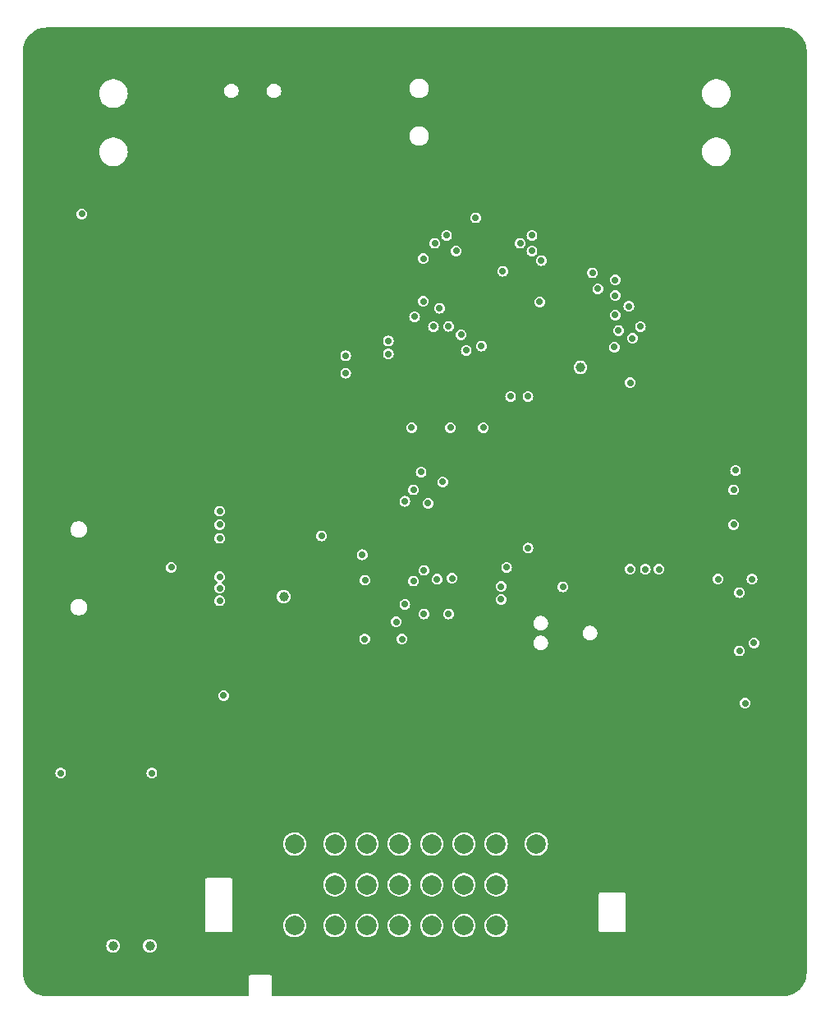
<source format=gbr>
%TF.GenerationSoftware,KiCad,Pcbnew,8.0.1*%
%TF.CreationDate,2024-03-23T09:32:29-06:00*%
%TF.ProjectId,underglow3,756e6465-7267-46c6-9f77-332e6b696361,rev?*%
%TF.SameCoordinates,Original*%
%TF.FileFunction,Copper,L2,Inr*%
%TF.FilePolarity,Positive*%
%FSLAX46Y46*%
G04 Gerber Fmt 4.6, Leading zero omitted, Abs format (unit mm)*
G04 Created by KiCad (PCBNEW 8.0.1) date 2024-03-23 09:32:29*
%MOMM*%
%LPD*%
G01*
G04 APERTURE LIST*
%TA.AperFunction,ComponentPad*%
%ADD10C,2.000000*%
%TD*%
%TA.AperFunction,ViaPad*%
%ADD11C,0.800000*%
%TD*%
%TA.AperFunction,ViaPad*%
%ADD12C,0.700000*%
%TD*%
%TA.AperFunction,ViaPad*%
%ADD13C,1.000000*%
%TD*%
G04 APERTURE END LIST*
D10*
%TO.N,/Power/RGB1_OUT*%
%TO.C,J301*%
X49475000Y12500000D03*
%TO.N,/Power/RGB_B1*%
X45325000Y12500000D03*
%TO.N,/Power/RGB_G1*%
X41995000Y12500000D03*
%TO.N,/Power/RGB_R1*%
X38665000Y12500000D03*
%TO.N,/Power/RGB_B2*%
X35335000Y12500000D03*
%TO.N,/Power/RGB_G2*%
X32005000Y12500000D03*
%TO.N,/Power/RGB_R2*%
X28675000Y12500000D03*
%TO.N,/Power/RGB2_OUT*%
X24525000Y12500000D03*
%TO.N,GND*%
X49475000Y8300000D03*
%TO.N,/Power/CAN_L*%
X45325000Y8300000D03*
%TO.N,/Power/CAN_H*%
X41995000Y8300000D03*
%TO.N,/Power/PI1*%
X38665000Y8300000D03*
%TO.N,/Power/PI2*%
X35335000Y8300000D03*
%TO.N,/Power/LEDC_OUT*%
X32005000Y8300000D03*
X28675000Y8300000D03*
%TO.N,GND*%
X24525000Y8300000D03*
X49475000Y4100000D03*
%TO.N,/Power/RGB_B1*%
X45325000Y4100000D03*
%TO.N,/Power/RGB_G1*%
X41995000Y4100000D03*
%TO.N,/Power/RGB_R1*%
X38665000Y4100000D03*
%TO.N,/Power/RGB_B2*%
X35335000Y4100000D03*
%TO.N,/Power/RGB_G2*%
X32005000Y4100000D03*
%TO.N,/Power/RGB_R2*%
X28675000Y4100000D03*
%TO.N,/Power/VIN*%
X24525000Y4100000D03*
%TD*%
D11*
%TO.N,GND*%
X5600000Y24800000D03*
X2600000Y24800000D03*
X2600000Y26800000D03*
X5600000Y26800000D03*
D12*
X11600000Y23662499D03*
X39100000Y32800000D03*
X37900000Y32800000D03*
X37500000Y56400000D03*
X41700000Y56400000D03*
D13*
X58200000Y18600000D03*
X58200000Y19800000D03*
X58200000Y12800000D03*
X14200000Y11000000D03*
X65200000Y36600000D03*
X65200000Y38000000D03*
D11*
X16800000Y35000000D03*
X16800000Y33000000D03*
X19800000Y33000000D03*
X19800000Y35000000D03*
X26600000Y92600000D03*
D12*
X49200000Y57600000D03*
D11*
X11800000Y38800000D03*
D12*
X30000000Y74000000D03*
X31200000Y87900000D03*
X20000000Y69800000D03*
X61400000Y38000000D03*
D13*
X6800000Y60000000D03*
D12*
X27300000Y45300000D03*
D13*
X60800000Y52000000D03*
D12*
X17800000Y42700000D03*
D13*
X15200000Y72200000D03*
X17300000Y85200000D03*
X75000000Y75000000D03*
D12*
X35200000Y40800000D03*
X35200000Y56400000D03*
D13*
X32000000Y19800000D03*
D12*
X30200000Y46800000D03*
D13*
X71000000Y1000000D03*
D12*
X200000Y16000000D03*
D13*
X66000000Y6000000D03*
X13200000Y70800000D03*
X13200000Y72200000D03*
X14100000Y85250000D03*
D12*
X6200000Y20800000D03*
X72400000Y49000000D03*
X45400000Y76000000D03*
X57600000Y87900000D03*
X51189795Y35600000D03*
X20000000Y26800000D03*
X44200000Y76000000D03*
D13*
X75000000Y64800000D03*
D12*
X25500000Y24000000D03*
D13*
X6800000Y62200000D03*
D12*
X59000000Y69000000D03*
D13*
X62600000Y48200000D03*
X17200000Y80900000D03*
X19800000Y64600000D03*
D12*
X24800000Y35587522D03*
X46600000Y76000000D03*
X25500000Y85200000D03*
X34500000Y77000000D03*
X41075654Y43446087D03*
X26400000Y41687522D03*
X25500000Y82800000D03*
D13*
X20400000Y19800000D03*
D12*
X33200000Y60200000D03*
X72529795Y54188323D03*
X33000000Y77000000D03*
X31500000Y24000000D03*
D13*
X19800000Y63000000D03*
X-600000Y68000000D03*
D12*
X17400000Y73000000D03*
D13*
X70000000Y64800000D03*
X70000000Y75000000D03*
D12*
X11800000Y43180064D03*
X71200000Y57800000D03*
D13*
X20400000Y18700000D03*
D12*
X44529795Y48550051D03*
X36000000Y72500000D03*
D13*
X70000000Y80000000D03*
X10700000Y80950000D03*
D12*
X31200000Y68000000D03*
X48200000Y57600000D03*
X30000000Y77000000D03*
X67800000Y18400000D03*
X54900000Y38000051D03*
X31500000Y77000000D03*
D13*
X68200000Y36600000D03*
D12*
X36000000Y75500000D03*
X17400000Y69800000D03*
X29800000Y91400000D03*
X2000000Y16000000D03*
X26400000Y35587522D03*
X46200000Y48200000D03*
D13*
X17200000Y83050000D03*
D12*
X43000000Y41600000D03*
X59000000Y38000000D03*
D13*
X15200000Y70800000D03*
X58800000Y48200000D03*
X38200000Y19800000D03*
D12*
X72400000Y51099949D03*
X17600000Y87400000D03*
X36000000Y71000000D03*
D13*
X61000000Y1000000D03*
D12*
X24800000Y41687522D03*
X14850628Y23662499D03*
X59229795Y62500051D03*
X5000000Y20800000D03*
X36000000Y74000000D03*
X28800000Y40800000D03*
D13*
X14000000Y83100000D03*
D12*
X34500000Y67000000D03*
D11*
X54700000Y33100000D03*
D12*
X43200000Y87900000D03*
X7200000Y93200000D03*
D13*
X44300000Y18700000D03*
X44200000Y61600000D03*
X66000000Y1000000D03*
D12*
X44529795Y44300051D03*
X20000000Y68600000D03*
X35200000Y39600000D03*
X6200000Y16600000D03*
X29000000Y56600000D03*
X22600000Y25000000D03*
D13*
X38200000Y18700000D03*
X44300000Y19800000D03*
X70000000Y70000000D03*
D12*
X58975000Y66750000D03*
D13*
X3800000Y60000000D03*
X61000000Y6000000D03*
D12*
X33000000Y67000000D03*
X42900000Y35200000D03*
X35000000Y72000000D03*
D13*
X50200000Y18700000D03*
D12*
X60129795Y62500051D03*
D13*
X14200000Y14700000D03*
D12*
X22000000Y41000000D03*
X64400000Y18400000D03*
X14250628Y26662499D03*
X31200000Y70000000D03*
X71429795Y44600051D03*
X31200000Y71000000D03*
X3800000Y20800000D03*
X31200000Y69000000D03*
X11400000Y93200000D03*
D13*
X9800000Y60000000D03*
D12*
X30000000Y75500000D03*
D13*
X45600000Y61600000D03*
D12*
X46400000Y42000000D03*
X57000000Y24000000D03*
D13*
X60800000Y48200000D03*
X52629795Y61600000D03*
D12*
X31600000Y64400000D03*
X47800000Y76000000D03*
D13*
X9400000Y41000000D03*
D12*
X72200000Y27000000D03*
X31000000Y40800000D03*
X71429795Y43600051D03*
X43500000Y24000000D03*
X17400000Y70700000D03*
X62400000Y38000000D03*
X37400000Y87900000D03*
X31200000Y67000000D03*
X58975000Y70600000D03*
D13*
X6000000Y86800000D03*
D12*
X48650000Y40200000D03*
D13*
X62600000Y50100000D03*
X10700000Y83100000D03*
X26300000Y18700000D03*
X45600000Y60200000D03*
X68000000Y86800000D03*
D12*
X28979998Y58800000D03*
D13*
X60800000Y33200000D03*
D12*
X26200000Y45300000D03*
D13*
X60800000Y30600000D03*
X50200000Y19800000D03*
X10800000Y85250000D03*
X15600000Y19800000D03*
X60800000Y50100000D03*
D12*
X73400000Y18000000D03*
X32600000Y32800000D03*
D13*
X32000000Y18700000D03*
X75000000Y70000000D03*
X-600000Y71200000D03*
X58800000Y30600000D03*
X74600000Y36600000D03*
X71000000Y6000000D03*
D12*
X44172170Y71200000D03*
D13*
X62600000Y52000000D03*
X15800000Y76600000D03*
D12*
X31200000Y72000000D03*
X30000000Y72500000D03*
X59849975Y35000000D03*
D13*
X58800000Y33200000D03*
D12*
X41300000Y35200000D03*
X68300000Y41600000D03*
X48649795Y45300051D03*
X34800000Y49800000D03*
D13*
X14000000Y80950000D03*
X75000000Y80000000D03*
D12*
X3800000Y16600000D03*
X37500000Y24000000D03*
D13*
X35400000Y91400000D03*
X58800000Y52000000D03*
X9800000Y62200000D03*
D12*
X49500000Y24000000D03*
D13*
X58800000Y50100000D03*
X74600000Y33200000D03*
X33000000Y92600000D03*
D12*
X18000000Y93200000D03*
D13*
X26300000Y19800000D03*
D12*
X57600000Y82800000D03*
D13*
X68200000Y38000000D03*
X44200000Y60200000D03*
X-600000Y69600000D03*
X9400000Y43200000D03*
X3800000Y62200000D03*
D12*
X36000000Y77000000D03*
X17650628Y25062499D03*
D13*
X15800000Y77800000D03*
D12*
X43200000Y82800000D03*
%TO.N,+3V3*%
X31800000Y39690001D03*
X16800000Y37570064D03*
D13*
X54000000Y61600000D03*
D12*
X11800000Y41000000D03*
X16800000Y40030064D03*
X45829795Y37700051D03*
X16800000Y46800000D03*
X48600000Y42992051D03*
X69800000Y45400000D03*
X29800000Y61000000D03*
X16800000Y45400000D03*
X52200000Y39000000D03*
X16800000Y38850064D03*
X69800000Y49000000D03*
X71000000Y27000000D03*
X31754033Y33617275D03*
X45829795Y39030051D03*
X16800000Y44000000D03*
X35600000Y33600000D03*
%TO.N,+0v9*%
X59129795Y60020181D03*
X62100000Y40800000D03*
X35000000Y35400000D03*
X59129795Y40800051D03*
X70000000Y51000000D03*
%TO.N,/Application/VCC_DRAM*%
X46400000Y41000000D03*
X68200000Y39800000D03*
X60700000Y40800000D03*
%TO.N,/RL-SM02BD-8723BS/VDD_WIFI*%
X29800000Y62800000D03*
X40600000Y55400000D03*
X46800000Y58600000D03*
X48600000Y58600000D03*
X36600000Y55400000D03*
X44000000Y55400000D03*
X43200000Y77019998D03*
%TO.N,+5V*%
X17200000Y27800000D03*
X9800000Y19800000D03*
D13*
X23400000Y38000000D03*
D12*
X2587501Y77400000D03*
X27300000Y44237518D03*
X400000Y19800000D03*
X31500000Y42300000D03*
D13*
%TO.N,/Power/RGB1_OUT*%
X9600000Y2000000D03*
%TO.N,/Power/RGB2_OUT*%
X5800000Y2000000D03*
D12*
%TO.N,/Application/SPI0_MISO*%
X35900000Y47800000D03*
X35900000Y37200000D03*
%TO.N,/Application/SPI0_MOSI*%
X40775000Y39875000D03*
X39800203Y49799949D03*
%TO.N,/Application/WIFI_CLK*%
X57925000Y65400000D03*
X41700000Y64975000D03*
%TO.N,/Power/PI1_DIV*%
X71700000Y39800000D03*
X71900000Y33200000D03*
%TO.N,/Power/PI2_DIV*%
X70400000Y38400000D03*
X70400000Y32400000D03*
%TO.N,/Application/WL_REG_ON*%
X57600000Y69000000D03*
X36900000Y66825000D03*
%TO.N,/Application/WIFI_CMD*%
X40400000Y65825000D03*
X60200000Y65800000D03*
%TO.N,/Application/WIFI_DAT0*%
X42225000Y63350000D03*
X59369143Y64600000D03*
%TO.N,/Application/WIFI_DAT1*%
X43794237Y63800000D03*
X57500000Y63700000D03*
%TO.N,/Application/WIFI_DAT2*%
X39475000Y67700000D03*
X59000000Y67900000D03*
%TO.N,/Application/WIFI_DAT3*%
X38850000Y65800000D03*
X57600000Y67000000D03*
%TO.N,/Application/BT_EN*%
X55250000Y71350000D03*
X46000000Y71500000D03*
%TO.N,/Application/HCI_CTS*%
X37800000Y72800000D03*
X49975735Y72600000D03*
%TO.N,/Application/AP_WAKE_BT*%
X57600000Y70600000D03*
X34200000Y64325003D03*
%TO.N,/Application/SPI0_CS0*%
X38300000Y47600000D03*
X40400000Y36200000D03*
%TO.N,/Application/SPI0_CLK*%
X37859795Y36200000D03*
X37853429Y40700051D03*
%TO.N,/Application/SPI0_WP*%
X36800000Y49000000D03*
X36800000Y39600000D03*
%TO.N,/Application/SPI0_HLD*%
X39225000Y39775000D03*
X37575000Y50825000D03*
%TO.N,/Application/WL_WAKE_AP*%
X49800000Y68350000D03*
X37807565Y68400000D03*
%TO.N,/Application/BT_WAKE_AP*%
X55800000Y69700000D03*
X34200000Y63000000D03*
%TO.N,/Application/HCI_RX*%
X47800000Y74400000D03*
X39000000Y74400000D03*
%TO.N,/Application/HCI_TX*%
X49000000Y75200000D03*
X40200000Y75200000D03*
%TO.N,/Application/HCI_RTS*%
X41200000Y73600000D03*
X49000000Y73600000D03*
%TD*%
%TA.AperFunction,Conductor*%
%TO.N,GND*%
G36*
X74937535Y96618073D02*
G01*
X75217790Y96601116D01*
X75229654Y96599676D01*
X75502888Y96549599D01*
X75514485Y96546741D01*
X75779687Y96464096D01*
X75790861Y96459858D01*
X76044178Y96345845D01*
X76054751Y96340295D01*
X76265797Y96212711D01*
X76292466Y96196588D01*
X76302305Y96189797D01*
X76520970Y96018481D01*
X76529918Y96010553D01*
X76726330Y95814137D01*
X76734258Y95805188D01*
X76905564Y95586528D01*
X76912355Y95576690D01*
X77056063Y95338965D01*
X77061614Y95328387D01*
X77175617Y95075081D01*
X77179856Y95063903D01*
X77262495Y94798701D01*
X77265356Y94787094D01*
X77315425Y94513869D01*
X77316866Y94502001D01*
X77333867Y94220940D01*
X77334048Y94214963D01*
X77334048Y-778261D01*
X77333867Y-784239D01*
X77316914Y-1064499D01*
X77315473Y-1076366D01*
X77265402Y-1349600D01*
X77262541Y-1361208D01*
X77179901Y-1626410D01*
X77175662Y-1637587D01*
X77061661Y-1890892D01*
X77056106Y-1901478D01*
X76912398Y-2139204D01*
X76905606Y-2149043D01*
X76734289Y-2367715D01*
X76726362Y-2376663D01*
X76529949Y-2573080D01*
X76521001Y-2581008D01*
X76302332Y-2752328D01*
X76292494Y-2759119D01*
X76054781Y-2902826D01*
X76044195Y-2908382D01*
X75790880Y-3022393D01*
X75779703Y-3026632D01*
X75514503Y-3109277D01*
X75502895Y-3112138D01*
X75229662Y-3162214D01*
X75217794Y-3163655D01*
X74938328Y-3180565D01*
X74932349Y-3180746D01*
X22299500Y-3180746D01*
X22241309Y-3161839D01*
X22205345Y-3112339D01*
X22200500Y-3081746D01*
X22200500Y-1160117D01*
X22169977Y-1086428D01*
X22169976Y-1086427D01*
X22169976Y-1086426D01*
X22113574Y-1030024D01*
X22113572Y-1030023D01*
X22113571Y-1030022D01*
X22039883Y-999500D01*
X22039882Y-999500D01*
X20039882Y-999500D01*
X19960118Y-999500D01*
X19960117Y-999500D01*
X19886428Y-1030022D01*
X19830022Y-1086428D01*
X19799500Y-1160117D01*
X19799500Y-3081746D01*
X19780593Y-3139937D01*
X19731093Y-3175901D01*
X19700500Y-3180746D01*
X-1014045Y-3180746D01*
X-1014053Y-3180745D01*
X-1062475Y-3180745D01*
X-1068451Y-3180564D01*
X-1348703Y-3163617D01*
X-1360571Y-3162177D01*
X-1633815Y-3112108D01*
X-1645422Y-3109247D01*
X-1910622Y-3026612D01*
X-1921801Y-3022373D01*
X-2175121Y-2908367D01*
X-2185699Y-2902815D01*
X-2396957Y-2775108D01*
X-2423424Y-2759109D01*
X-2433262Y-2752318D01*
X-2651931Y-2581006D01*
X-2660880Y-2573078D01*
X-2857301Y-2376661D01*
X-2865229Y-2367713D01*
X-3036549Y-2149042D01*
X-3043340Y-2139203D01*
X-3187046Y-1901488D01*
X-3192599Y-1890909D01*
X-3306617Y-1637577D01*
X-3310849Y-1626416D01*
X-3393494Y-1361200D01*
X-3396351Y-1349610D01*
X-3446427Y-1076362D01*
X-3447867Y-1064497D01*
X-3464771Y-785031D01*
X-3464952Y-779054D01*
X-3464952Y2000000D01*
X5094355Y2000000D01*
X5114860Y1831128D01*
X5175182Y1672070D01*
X5271817Y1532071D01*
X5399148Y1419266D01*
X5549775Y1340210D01*
X5714944Y1299500D01*
X5714947Y1299500D01*
X5885053Y1299500D01*
X5885056Y1299500D01*
X6050225Y1340210D01*
X6200852Y1419266D01*
X6328183Y1532071D01*
X6424818Y1672070D01*
X6485140Y1831128D01*
X6505645Y2000000D01*
X8894355Y2000000D01*
X8914860Y1831128D01*
X8975182Y1672070D01*
X9071817Y1532071D01*
X9199148Y1419266D01*
X9349775Y1340210D01*
X9514944Y1299500D01*
X9514947Y1299500D01*
X9685053Y1299500D01*
X9685056Y1299500D01*
X9850225Y1340210D01*
X10000852Y1419266D01*
X10128183Y1532071D01*
X10224818Y1672070D01*
X10285140Y1831128D01*
X10305645Y2000000D01*
X10285140Y2168872D01*
X10224818Y2327930D01*
X10128183Y2467929D01*
X10000852Y2580734D01*
X9850225Y2659790D01*
X9850224Y2659791D01*
X9850223Y2659791D01*
X9685058Y2700500D01*
X9685056Y2700500D01*
X9514944Y2700500D01*
X9514941Y2700500D01*
X9349776Y2659791D01*
X9199146Y2580733D01*
X9071818Y2467931D01*
X9071817Y2467929D01*
X8975182Y2327930D01*
X8914860Y2168872D01*
X8894355Y2000000D01*
X6505645Y2000000D01*
X6485140Y2168872D01*
X6424818Y2327930D01*
X6328183Y2467929D01*
X6200852Y2580734D01*
X6050225Y2659790D01*
X6050224Y2659791D01*
X6050223Y2659791D01*
X5885058Y2700500D01*
X5885056Y2700500D01*
X5714944Y2700500D01*
X5714941Y2700500D01*
X5549776Y2659791D01*
X5399146Y2580733D01*
X5271818Y2467931D01*
X5271817Y2467929D01*
X5175182Y2327930D01*
X5114860Y2168872D01*
X5094355Y2000000D01*
X-3464952Y2000000D01*
X-3464952Y3560118D01*
X15299500Y3560118D01*
X15330022Y3486429D01*
X15330023Y3486428D01*
X15330024Y3486426D01*
X15386426Y3430024D01*
X15386427Y3430024D01*
X15386428Y3430023D01*
X15460117Y3399500D01*
X15460118Y3399500D01*
X17939883Y3399500D01*
X17986351Y3418749D01*
X18013574Y3430024D01*
X18069976Y3486426D01*
X18100500Y3560118D01*
X18100500Y4100000D01*
X23319357Y4100000D01*
X23339885Y3878464D01*
X23400771Y3664472D01*
X23499942Y3465311D01*
X23634019Y3287764D01*
X23798438Y3137876D01*
X23987599Y3020753D01*
X24195060Y2940382D01*
X24413757Y2899500D01*
X24636243Y2899500D01*
X24854940Y2940382D01*
X25062401Y3020753D01*
X25251562Y3137876D01*
X25415981Y3287764D01*
X25550058Y3465311D01*
X25649229Y3664472D01*
X25710115Y3878464D01*
X25730643Y4100000D01*
X27469357Y4100000D01*
X27489885Y3878464D01*
X27550771Y3664472D01*
X27649942Y3465311D01*
X27784019Y3287764D01*
X27948438Y3137876D01*
X28137599Y3020753D01*
X28345060Y2940382D01*
X28563757Y2899500D01*
X28786243Y2899500D01*
X29004940Y2940382D01*
X29212401Y3020753D01*
X29401562Y3137876D01*
X29565981Y3287764D01*
X29700058Y3465311D01*
X29799229Y3664472D01*
X29860115Y3878464D01*
X29880643Y4100000D01*
X30799357Y4100000D01*
X30819885Y3878464D01*
X30880771Y3664472D01*
X30979942Y3465311D01*
X31114019Y3287764D01*
X31278438Y3137876D01*
X31467599Y3020753D01*
X31675060Y2940382D01*
X31893757Y2899500D01*
X32116243Y2899500D01*
X32334940Y2940382D01*
X32542401Y3020753D01*
X32731562Y3137876D01*
X32895981Y3287764D01*
X33030058Y3465311D01*
X33129229Y3664472D01*
X33190115Y3878464D01*
X33210643Y4100000D01*
X34129357Y4100000D01*
X34149885Y3878464D01*
X34210771Y3664472D01*
X34309942Y3465311D01*
X34444019Y3287764D01*
X34608438Y3137876D01*
X34797599Y3020753D01*
X35005060Y2940382D01*
X35223757Y2899500D01*
X35446243Y2899500D01*
X35664940Y2940382D01*
X35872401Y3020753D01*
X36061562Y3137876D01*
X36225981Y3287764D01*
X36360058Y3465311D01*
X36459229Y3664472D01*
X36520115Y3878464D01*
X36540643Y4100000D01*
X37459357Y4100000D01*
X37479885Y3878464D01*
X37540771Y3664472D01*
X37639942Y3465311D01*
X37774019Y3287764D01*
X37938438Y3137876D01*
X38127599Y3020753D01*
X38335060Y2940382D01*
X38553757Y2899500D01*
X38776243Y2899500D01*
X38994940Y2940382D01*
X39202401Y3020753D01*
X39391562Y3137876D01*
X39555981Y3287764D01*
X39690058Y3465311D01*
X39789229Y3664472D01*
X39850115Y3878464D01*
X39870643Y4100000D01*
X40789357Y4100000D01*
X40809885Y3878464D01*
X40870771Y3664472D01*
X40969942Y3465311D01*
X41104019Y3287764D01*
X41268438Y3137876D01*
X41457599Y3020753D01*
X41665060Y2940382D01*
X41883757Y2899500D01*
X42106243Y2899500D01*
X42324940Y2940382D01*
X42532401Y3020753D01*
X42721562Y3137876D01*
X42885981Y3287764D01*
X43020058Y3465311D01*
X43119229Y3664472D01*
X43180115Y3878464D01*
X43200643Y4100000D01*
X44119357Y4100000D01*
X44139885Y3878464D01*
X44200771Y3664472D01*
X44299942Y3465311D01*
X44434019Y3287764D01*
X44598438Y3137876D01*
X44787599Y3020753D01*
X44995060Y2940382D01*
X45213757Y2899500D01*
X45436243Y2899500D01*
X45654940Y2940382D01*
X45862401Y3020753D01*
X46051562Y3137876D01*
X46215981Y3287764D01*
X46350058Y3465311D01*
X46397267Y3560118D01*
X55899500Y3560118D01*
X55930022Y3486429D01*
X55930023Y3486428D01*
X55930024Y3486426D01*
X55986426Y3430024D01*
X55986427Y3430024D01*
X55986428Y3430023D01*
X56060117Y3399500D01*
X56060118Y3399500D01*
X58539883Y3399500D01*
X58586351Y3418749D01*
X58613574Y3430024D01*
X58669976Y3486426D01*
X58700500Y3560118D01*
X58700500Y7339882D01*
X58669976Y7413574D01*
X58613574Y7469976D01*
X58613572Y7469977D01*
X58613571Y7469978D01*
X58539883Y7500500D01*
X58539882Y7500500D01*
X56139882Y7500500D01*
X56060118Y7500500D01*
X56060117Y7500500D01*
X55986428Y7469978D01*
X55930022Y7413572D01*
X55899500Y7339883D01*
X55899500Y3560118D01*
X46397267Y3560118D01*
X46449229Y3664472D01*
X46510115Y3878464D01*
X46530643Y4100000D01*
X46510115Y4321536D01*
X46449229Y4535528D01*
X46350058Y4734689D01*
X46215981Y4912236D01*
X46051562Y5062124D01*
X45862401Y5179247D01*
X45654940Y5259618D01*
X45654939Y5259619D01*
X45654937Y5259619D01*
X45436243Y5300500D01*
X45213757Y5300500D01*
X44995062Y5259619D01*
X44918797Y5230074D01*
X44787599Y5179247D01*
X44598438Y5062124D01*
X44434020Y4912237D01*
X44299943Y4734691D01*
X44299938Y4734682D01*
X44200772Y4535531D01*
X44200771Y4535528D01*
X44139885Y4321536D01*
X44119357Y4100000D01*
X43200643Y4100000D01*
X43180115Y4321536D01*
X43119229Y4535528D01*
X43020058Y4734689D01*
X42885981Y4912236D01*
X42721562Y5062124D01*
X42532401Y5179247D01*
X42324940Y5259618D01*
X42324939Y5259619D01*
X42324937Y5259619D01*
X42106243Y5300500D01*
X41883757Y5300500D01*
X41665062Y5259619D01*
X41588797Y5230074D01*
X41457599Y5179247D01*
X41268438Y5062124D01*
X41104020Y4912237D01*
X40969943Y4734691D01*
X40969938Y4734682D01*
X40870772Y4535531D01*
X40870771Y4535528D01*
X40809885Y4321536D01*
X40789357Y4100000D01*
X39870643Y4100000D01*
X39850115Y4321536D01*
X39789229Y4535528D01*
X39690058Y4734689D01*
X39555981Y4912236D01*
X39391562Y5062124D01*
X39202401Y5179247D01*
X38994940Y5259618D01*
X38994939Y5259619D01*
X38994937Y5259619D01*
X38776243Y5300500D01*
X38553757Y5300500D01*
X38335062Y5259619D01*
X38258797Y5230074D01*
X38127599Y5179247D01*
X37938438Y5062124D01*
X37774020Y4912237D01*
X37639943Y4734691D01*
X37639938Y4734682D01*
X37540772Y4535531D01*
X37540771Y4535528D01*
X37479885Y4321536D01*
X37459357Y4100000D01*
X36540643Y4100000D01*
X36520115Y4321536D01*
X36459229Y4535528D01*
X36360058Y4734689D01*
X36225981Y4912236D01*
X36061562Y5062124D01*
X35872401Y5179247D01*
X35664940Y5259618D01*
X35664939Y5259619D01*
X35664937Y5259619D01*
X35446243Y5300500D01*
X35223757Y5300500D01*
X35005062Y5259619D01*
X34928797Y5230074D01*
X34797599Y5179247D01*
X34608438Y5062124D01*
X34444020Y4912237D01*
X34309943Y4734691D01*
X34309938Y4734682D01*
X34210772Y4535531D01*
X34210771Y4535528D01*
X34149885Y4321536D01*
X34129357Y4100000D01*
X33210643Y4100000D01*
X33190115Y4321536D01*
X33129229Y4535528D01*
X33030058Y4734689D01*
X32895981Y4912236D01*
X32731562Y5062124D01*
X32542401Y5179247D01*
X32334940Y5259618D01*
X32334939Y5259619D01*
X32334937Y5259619D01*
X32116243Y5300500D01*
X31893757Y5300500D01*
X31675062Y5259619D01*
X31598797Y5230074D01*
X31467599Y5179247D01*
X31278438Y5062124D01*
X31114020Y4912237D01*
X30979943Y4734691D01*
X30979938Y4734682D01*
X30880772Y4535531D01*
X30880771Y4535528D01*
X30819885Y4321536D01*
X30799357Y4100000D01*
X29880643Y4100000D01*
X29860115Y4321536D01*
X29799229Y4535528D01*
X29700058Y4734689D01*
X29565981Y4912236D01*
X29401562Y5062124D01*
X29212401Y5179247D01*
X29004940Y5259618D01*
X29004939Y5259619D01*
X29004937Y5259619D01*
X28786243Y5300500D01*
X28563757Y5300500D01*
X28345062Y5259619D01*
X28268797Y5230074D01*
X28137599Y5179247D01*
X27948438Y5062124D01*
X27784020Y4912237D01*
X27649943Y4734691D01*
X27649938Y4734682D01*
X27550772Y4535531D01*
X27550771Y4535528D01*
X27489885Y4321536D01*
X27469357Y4100000D01*
X25730643Y4100000D01*
X25710115Y4321536D01*
X25649229Y4535528D01*
X25550058Y4734689D01*
X25415981Y4912236D01*
X25251562Y5062124D01*
X25062401Y5179247D01*
X24854940Y5259618D01*
X24854939Y5259619D01*
X24854937Y5259619D01*
X24636243Y5300500D01*
X24413757Y5300500D01*
X24195062Y5259619D01*
X24118797Y5230074D01*
X23987599Y5179247D01*
X23798438Y5062124D01*
X23634020Y4912237D01*
X23499943Y4734691D01*
X23499938Y4734682D01*
X23400772Y4535531D01*
X23400771Y4535528D01*
X23339885Y4321536D01*
X23319357Y4100000D01*
X18100500Y4100000D01*
X18100500Y8300000D01*
X27469357Y8300000D01*
X27489885Y8078464D01*
X27550771Y7864472D01*
X27649942Y7665311D01*
X27784019Y7487764D01*
X27948438Y7337876D01*
X28137599Y7220753D01*
X28345060Y7140382D01*
X28563757Y7099500D01*
X28786243Y7099500D01*
X29004940Y7140382D01*
X29212401Y7220753D01*
X29401562Y7337876D01*
X29565981Y7487764D01*
X29700058Y7665311D01*
X29799229Y7864472D01*
X29860115Y8078464D01*
X29880643Y8300000D01*
X30799357Y8300000D01*
X30819885Y8078464D01*
X30880771Y7864472D01*
X30979942Y7665311D01*
X31114019Y7487764D01*
X31278438Y7337876D01*
X31467599Y7220753D01*
X31675060Y7140382D01*
X31893757Y7099500D01*
X32116243Y7099500D01*
X32334940Y7140382D01*
X32542401Y7220753D01*
X32731562Y7337876D01*
X32895981Y7487764D01*
X33030058Y7665311D01*
X33129229Y7864472D01*
X33190115Y8078464D01*
X33210643Y8300000D01*
X34129357Y8300000D01*
X34149885Y8078464D01*
X34210771Y7864472D01*
X34309942Y7665311D01*
X34444019Y7487764D01*
X34608438Y7337876D01*
X34797599Y7220753D01*
X35005060Y7140382D01*
X35223757Y7099500D01*
X35446243Y7099500D01*
X35664940Y7140382D01*
X35872401Y7220753D01*
X36061562Y7337876D01*
X36225981Y7487764D01*
X36360058Y7665311D01*
X36459229Y7864472D01*
X36520115Y8078464D01*
X36540643Y8300000D01*
X37459357Y8300000D01*
X37479885Y8078464D01*
X37540771Y7864472D01*
X37639942Y7665311D01*
X37774019Y7487764D01*
X37938438Y7337876D01*
X38127599Y7220753D01*
X38335060Y7140382D01*
X38553757Y7099500D01*
X38776243Y7099500D01*
X38994940Y7140382D01*
X39202401Y7220753D01*
X39391562Y7337876D01*
X39555981Y7487764D01*
X39690058Y7665311D01*
X39789229Y7864472D01*
X39850115Y8078464D01*
X39870643Y8300000D01*
X40789357Y8300000D01*
X40809885Y8078464D01*
X40870771Y7864472D01*
X40969942Y7665311D01*
X41104019Y7487764D01*
X41268438Y7337876D01*
X41457599Y7220753D01*
X41665060Y7140382D01*
X41883757Y7099500D01*
X42106243Y7099500D01*
X42324940Y7140382D01*
X42532401Y7220753D01*
X42721562Y7337876D01*
X42885981Y7487764D01*
X43020058Y7665311D01*
X43119229Y7864472D01*
X43180115Y8078464D01*
X43200643Y8300000D01*
X44119357Y8300000D01*
X44139885Y8078464D01*
X44200771Y7864472D01*
X44299942Y7665311D01*
X44434019Y7487764D01*
X44598438Y7337876D01*
X44787599Y7220753D01*
X44995060Y7140382D01*
X45213757Y7099500D01*
X45436243Y7099500D01*
X45654940Y7140382D01*
X45862401Y7220753D01*
X46051562Y7337876D01*
X46215981Y7487764D01*
X46350058Y7665311D01*
X46449229Y7864472D01*
X46510115Y8078464D01*
X46530643Y8300000D01*
X46510115Y8521536D01*
X46449229Y8735528D01*
X46350058Y8934689D01*
X46215981Y9112236D01*
X46051562Y9262124D01*
X45862401Y9379247D01*
X45654940Y9459618D01*
X45654939Y9459619D01*
X45654937Y9459619D01*
X45436243Y9500500D01*
X45213757Y9500500D01*
X44995062Y9459619D01*
X44918797Y9430074D01*
X44787599Y9379247D01*
X44598438Y9262124D01*
X44434020Y9112237D01*
X44299943Y8934691D01*
X44299938Y8934682D01*
X44252733Y8839882D01*
X44200771Y8735528D01*
X44139885Y8521536D01*
X44119357Y8300000D01*
X43200643Y8300000D01*
X43180115Y8521536D01*
X43119229Y8735528D01*
X43020058Y8934689D01*
X42885981Y9112236D01*
X42721562Y9262124D01*
X42532401Y9379247D01*
X42324940Y9459618D01*
X42324939Y9459619D01*
X42324937Y9459619D01*
X42106243Y9500500D01*
X41883757Y9500500D01*
X41665062Y9459619D01*
X41588797Y9430074D01*
X41457599Y9379247D01*
X41268438Y9262124D01*
X41104020Y9112237D01*
X40969943Y8934691D01*
X40969938Y8934682D01*
X40922733Y8839882D01*
X40870771Y8735528D01*
X40809885Y8521536D01*
X40789357Y8300000D01*
X39870643Y8300000D01*
X39850115Y8521536D01*
X39789229Y8735528D01*
X39690058Y8934689D01*
X39555981Y9112236D01*
X39391562Y9262124D01*
X39202401Y9379247D01*
X38994940Y9459618D01*
X38994939Y9459619D01*
X38994937Y9459619D01*
X38776243Y9500500D01*
X38553757Y9500500D01*
X38335062Y9459619D01*
X38258797Y9430074D01*
X38127599Y9379247D01*
X37938438Y9262124D01*
X37774020Y9112237D01*
X37639943Y8934691D01*
X37639938Y8934682D01*
X37592733Y8839882D01*
X37540771Y8735528D01*
X37479885Y8521536D01*
X37459357Y8300000D01*
X36540643Y8300000D01*
X36520115Y8521536D01*
X36459229Y8735528D01*
X36360058Y8934689D01*
X36225981Y9112236D01*
X36061562Y9262124D01*
X35872401Y9379247D01*
X35664940Y9459618D01*
X35664939Y9459619D01*
X35664937Y9459619D01*
X35446243Y9500500D01*
X35223757Y9500500D01*
X35005062Y9459619D01*
X34928797Y9430074D01*
X34797599Y9379247D01*
X34608438Y9262124D01*
X34444020Y9112237D01*
X34309943Y8934691D01*
X34309938Y8934682D01*
X34262733Y8839882D01*
X34210771Y8735528D01*
X34149885Y8521536D01*
X34129357Y8300000D01*
X33210643Y8300000D01*
X33190115Y8521536D01*
X33129229Y8735528D01*
X33030058Y8934689D01*
X32895981Y9112236D01*
X32731562Y9262124D01*
X32542401Y9379247D01*
X32334940Y9459618D01*
X32334939Y9459619D01*
X32334937Y9459619D01*
X32116243Y9500500D01*
X31893757Y9500500D01*
X31675062Y9459619D01*
X31598797Y9430074D01*
X31467599Y9379247D01*
X31278438Y9262124D01*
X31114020Y9112237D01*
X30979943Y8934691D01*
X30979938Y8934682D01*
X30932733Y8839882D01*
X30880771Y8735528D01*
X30819885Y8521536D01*
X30799357Y8300000D01*
X29880643Y8300000D01*
X29860115Y8521536D01*
X29799229Y8735528D01*
X29700058Y8934689D01*
X29565981Y9112236D01*
X29401562Y9262124D01*
X29212401Y9379247D01*
X29004940Y9459618D01*
X29004939Y9459619D01*
X29004937Y9459619D01*
X28786243Y9500500D01*
X28563757Y9500500D01*
X28345062Y9459619D01*
X28268797Y9430074D01*
X28137599Y9379247D01*
X27948438Y9262124D01*
X27784020Y9112237D01*
X27649943Y8934691D01*
X27649938Y8934682D01*
X27602733Y8839882D01*
X27550771Y8735528D01*
X27489885Y8521536D01*
X27469357Y8300000D01*
X18100500Y8300000D01*
X18100500Y8839882D01*
X18069976Y8913574D01*
X18013574Y8969976D01*
X18013572Y8969977D01*
X18013571Y8969978D01*
X17939883Y9000500D01*
X17939882Y9000500D01*
X15539882Y9000500D01*
X15460118Y9000500D01*
X15460117Y9000500D01*
X15386428Y8969978D01*
X15330022Y8913572D01*
X15299500Y8839883D01*
X15299500Y3560118D01*
X-3464952Y3560118D01*
X-3464952Y12500000D01*
X23319357Y12500000D01*
X23339885Y12278464D01*
X23400771Y12064472D01*
X23499942Y11865311D01*
X23634019Y11687764D01*
X23798438Y11537876D01*
X23987599Y11420753D01*
X24195060Y11340382D01*
X24413757Y11299500D01*
X24636243Y11299500D01*
X24854940Y11340382D01*
X25062401Y11420753D01*
X25251562Y11537876D01*
X25415981Y11687764D01*
X25550058Y11865311D01*
X25649229Y12064472D01*
X25710115Y12278464D01*
X25730643Y12500000D01*
X27469357Y12500000D01*
X27489885Y12278464D01*
X27550771Y12064472D01*
X27649942Y11865311D01*
X27784019Y11687764D01*
X27948438Y11537876D01*
X28137599Y11420753D01*
X28345060Y11340382D01*
X28563757Y11299500D01*
X28786243Y11299500D01*
X29004940Y11340382D01*
X29212401Y11420753D01*
X29401562Y11537876D01*
X29565981Y11687764D01*
X29700058Y11865311D01*
X29799229Y12064472D01*
X29860115Y12278464D01*
X29880643Y12500000D01*
X30799357Y12500000D01*
X30819885Y12278464D01*
X30880771Y12064472D01*
X30979942Y11865311D01*
X31114019Y11687764D01*
X31278438Y11537876D01*
X31467599Y11420753D01*
X31675060Y11340382D01*
X31893757Y11299500D01*
X32116243Y11299500D01*
X32334940Y11340382D01*
X32542401Y11420753D01*
X32731562Y11537876D01*
X32895981Y11687764D01*
X33030058Y11865311D01*
X33129229Y12064472D01*
X33190115Y12278464D01*
X33210643Y12500000D01*
X34129357Y12500000D01*
X34149885Y12278464D01*
X34210771Y12064472D01*
X34309942Y11865311D01*
X34444019Y11687764D01*
X34608438Y11537876D01*
X34797599Y11420753D01*
X35005060Y11340382D01*
X35223757Y11299500D01*
X35446243Y11299500D01*
X35664940Y11340382D01*
X35872401Y11420753D01*
X36061562Y11537876D01*
X36225981Y11687764D01*
X36360058Y11865311D01*
X36459229Y12064472D01*
X36520115Y12278464D01*
X36540643Y12500000D01*
X37459357Y12500000D01*
X37479885Y12278464D01*
X37540771Y12064472D01*
X37639942Y11865311D01*
X37774019Y11687764D01*
X37938438Y11537876D01*
X38127599Y11420753D01*
X38335060Y11340382D01*
X38553757Y11299500D01*
X38776243Y11299500D01*
X38994940Y11340382D01*
X39202401Y11420753D01*
X39391562Y11537876D01*
X39555981Y11687764D01*
X39690058Y11865311D01*
X39789229Y12064472D01*
X39850115Y12278464D01*
X39870643Y12500000D01*
X40789357Y12500000D01*
X40809885Y12278464D01*
X40870771Y12064472D01*
X40969942Y11865311D01*
X41104019Y11687764D01*
X41268438Y11537876D01*
X41457599Y11420753D01*
X41665060Y11340382D01*
X41883757Y11299500D01*
X42106243Y11299500D01*
X42324940Y11340382D01*
X42532401Y11420753D01*
X42721562Y11537876D01*
X42885981Y11687764D01*
X43020058Y11865311D01*
X43119229Y12064472D01*
X43180115Y12278464D01*
X43200643Y12500000D01*
X44119357Y12500000D01*
X44139885Y12278464D01*
X44200771Y12064472D01*
X44299942Y11865311D01*
X44434019Y11687764D01*
X44598438Y11537876D01*
X44787599Y11420753D01*
X44995060Y11340382D01*
X45213757Y11299500D01*
X45436243Y11299500D01*
X45654940Y11340382D01*
X45862401Y11420753D01*
X46051562Y11537876D01*
X46215981Y11687764D01*
X46350058Y11865311D01*
X46449229Y12064472D01*
X46510115Y12278464D01*
X46530643Y12500000D01*
X48269357Y12500000D01*
X48289885Y12278464D01*
X48350771Y12064472D01*
X48449942Y11865311D01*
X48584019Y11687764D01*
X48748438Y11537876D01*
X48937599Y11420753D01*
X49145060Y11340382D01*
X49363757Y11299500D01*
X49586243Y11299500D01*
X49804940Y11340382D01*
X50012401Y11420753D01*
X50201562Y11537876D01*
X50365981Y11687764D01*
X50500058Y11865311D01*
X50599229Y12064472D01*
X50660115Y12278464D01*
X50680643Y12500000D01*
X50660115Y12721536D01*
X50599229Y12935528D01*
X50500058Y13134689D01*
X50365981Y13312236D01*
X50201562Y13462124D01*
X50012401Y13579247D01*
X49804940Y13659618D01*
X49804939Y13659619D01*
X49804937Y13659619D01*
X49586243Y13700500D01*
X49363757Y13700500D01*
X49145062Y13659619D01*
X49068797Y13630074D01*
X48937599Y13579247D01*
X48748438Y13462124D01*
X48584020Y13312237D01*
X48449943Y13134691D01*
X48449938Y13134682D01*
X48350772Y12935531D01*
X48350771Y12935528D01*
X48289885Y12721536D01*
X48269357Y12500000D01*
X46530643Y12500000D01*
X46510115Y12721536D01*
X46449229Y12935528D01*
X46350058Y13134689D01*
X46215981Y13312236D01*
X46051562Y13462124D01*
X45862401Y13579247D01*
X45654940Y13659618D01*
X45654939Y13659619D01*
X45654937Y13659619D01*
X45436243Y13700500D01*
X45213757Y13700500D01*
X44995062Y13659619D01*
X44918797Y13630074D01*
X44787599Y13579247D01*
X44598438Y13462124D01*
X44434020Y13312237D01*
X44299943Y13134691D01*
X44299938Y13134682D01*
X44200772Y12935531D01*
X44200771Y12935528D01*
X44139885Y12721536D01*
X44119357Y12500000D01*
X43200643Y12500000D01*
X43180115Y12721536D01*
X43119229Y12935528D01*
X43020058Y13134689D01*
X42885981Y13312236D01*
X42721562Y13462124D01*
X42532401Y13579247D01*
X42324940Y13659618D01*
X42324939Y13659619D01*
X42324937Y13659619D01*
X42106243Y13700500D01*
X41883757Y13700500D01*
X41665062Y13659619D01*
X41588797Y13630074D01*
X41457599Y13579247D01*
X41268438Y13462124D01*
X41104020Y13312237D01*
X40969943Y13134691D01*
X40969938Y13134682D01*
X40870772Y12935531D01*
X40870771Y12935528D01*
X40809885Y12721536D01*
X40789357Y12500000D01*
X39870643Y12500000D01*
X39850115Y12721536D01*
X39789229Y12935528D01*
X39690058Y13134689D01*
X39555981Y13312236D01*
X39391562Y13462124D01*
X39202401Y13579247D01*
X38994940Y13659618D01*
X38994939Y13659619D01*
X38994937Y13659619D01*
X38776243Y13700500D01*
X38553757Y13700500D01*
X38335062Y13659619D01*
X38258797Y13630074D01*
X38127599Y13579247D01*
X37938438Y13462124D01*
X37774020Y13312237D01*
X37639943Y13134691D01*
X37639938Y13134682D01*
X37540772Y12935531D01*
X37540771Y12935528D01*
X37479885Y12721536D01*
X37459357Y12500000D01*
X36540643Y12500000D01*
X36520115Y12721536D01*
X36459229Y12935528D01*
X36360058Y13134689D01*
X36225981Y13312236D01*
X36061562Y13462124D01*
X35872401Y13579247D01*
X35664940Y13659618D01*
X35664939Y13659619D01*
X35664937Y13659619D01*
X35446243Y13700500D01*
X35223757Y13700500D01*
X35005062Y13659619D01*
X34928797Y13630074D01*
X34797599Y13579247D01*
X34608438Y13462124D01*
X34444020Y13312237D01*
X34309943Y13134691D01*
X34309938Y13134682D01*
X34210772Y12935531D01*
X34210771Y12935528D01*
X34149885Y12721536D01*
X34129357Y12500000D01*
X33210643Y12500000D01*
X33190115Y12721536D01*
X33129229Y12935528D01*
X33030058Y13134689D01*
X32895981Y13312236D01*
X32731562Y13462124D01*
X32542401Y13579247D01*
X32334940Y13659618D01*
X32334939Y13659619D01*
X32334937Y13659619D01*
X32116243Y13700500D01*
X31893757Y13700500D01*
X31675062Y13659619D01*
X31598797Y13630074D01*
X31467599Y13579247D01*
X31278438Y13462124D01*
X31114020Y13312237D01*
X30979943Y13134691D01*
X30979938Y13134682D01*
X30880772Y12935531D01*
X30880771Y12935528D01*
X30819885Y12721536D01*
X30799357Y12500000D01*
X29880643Y12500000D01*
X29860115Y12721536D01*
X29799229Y12935528D01*
X29700058Y13134689D01*
X29565981Y13312236D01*
X29401562Y13462124D01*
X29212401Y13579247D01*
X29004940Y13659618D01*
X29004939Y13659619D01*
X29004937Y13659619D01*
X28786243Y13700500D01*
X28563757Y13700500D01*
X28345062Y13659619D01*
X28268797Y13630074D01*
X28137599Y13579247D01*
X27948438Y13462124D01*
X27784020Y13312237D01*
X27649943Y13134691D01*
X27649938Y13134682D01*
X27550772Y12935531D01*
X27550771Y12935528D01*
X27489885Y12721536D01*
X27469357Y12500000D01*
X25730643Y12500000D01*
X25710115Y12721536D01*
X25649229Y12935528D01*
X25550058Y13134689D01*
X25415981Y13312236D01*
X25251562Y13462124D01*
X25062401Y13579247D01*
X24854940Y13659618D01*
X24854939Y13659619D01*
X24854937Y13659619D01*
X24636243Y13700500D01*
X24413757Y13700500D01*
X24195062Y13659619D01*
X24118797Y13630074D01*
X23987599Y13579247D01*
X23798438Y13462124D01*
X23634020Y13312237D01*
X23499943Y13134691D01*
X23499938Y13134682D01*
X23400772Y12935531D01*
X23400771Y12935528D01*
X23339885Y12721536D01*
X23319357Y12500000D01*
X-3464952Y12500000D01*
X-3464952Y19800000D01*
X-155250Y19800000D01*
X-136331Y19656292D01*
X-136330Y19656291D01*
X-80861Y19522375D01*
X7379Y19407379D01*
X122375Y19319139D01*
X256291Y19263670D01*
X400000Y19244750D01*
X543709Y19263670D01*
X677625Y19319139D01*
X792621Y19407379D01*
X880861Y19522375D01*
X936330Y19656291D01*
X955250Y19800000D01*
X9244750Y19800000D01*
X9263669Y19656292D01*
X9263670Y19656291D01*
X9319139Y19522375D01*
X9407379Y19407379D01*
X9522375Y19319139D01*
X9656291Y19263670D01*
X9800000Y19244750D01*
X9943709Y19263670D01*
X10077625Y19319139D01*
X10192621Y19407379D01*
X10280861Y19522375D01*
X10336330Y19656291D01*
X10355250Y19800000D01*
X10336330Y19943709D01*
X10280861Y20077625D01*
X10192621Y20192621D01*
X10077625Y20280861D01*
X10077621Y20280863D01*
X9943709Y20336330D01*
X9943708Y20336331D01*
X9800000Y20355250D01*
X9656291Y20336331D01*
X9656290Y20336330D01*
X9522378Y20280863D01*
X9522374Y20280861D01*
X9407381Y20192623D01*
X9407377Y20192619D01*
X9319139Y20077626D01*
X9319137Y20077622D01*
X9263670Y19943710D01*
X9263669Y19943709D01*
X9244750Y19800001D01*
X9244750Y19800000D01*
X955250Y19800000D01*
X936330Y19943709D01*
X880861Y20077625D01*
X792621Y20192621D01*
X677625Y20280861D01*
X677621Y20280863D01*
X543709Y20336330D01*
X543708Y20336331D01*
X400000Y20355250D01*
X256291Y20336331D01*
X256290Y20336330D01*
X122378Y20280863D01*
X122374Y20280861D01*
X7381Y20192623D01*
X7377Y20192619D01*
X-80861Y20077626D01*
X-80863Y20077622D01*
X-136330Y19943710D01*
X-136331Y19943709D01*
X-155250Y19800001D01*
X-155250Y19800000D01*
X-3464952Y19800000D01*
X-3464952Y27000000D01*
X70444750Y27000000D01*
X70463669Y26856292D01*
X70463670Y26856291D01*
X70519139Y26722375D01*
X70607379Y26607379D01*
X70722375Y26519139D01*
X70856291Y26463670D01*
X71000000Y26444750D01*
X71143709Y26463670D01*
X71277625Y26519139D01*
X71392621Y26607379D01*
X71480861Y26722375D01*
X71536330Y26856291D01*
X71555250Y27000000D01*
X71536330Y27143709D01*
X71480861Y27277625D01*
X71392621Y27392621D01*
X71277625Y27480861D01*
X71277621Y27480863D01*
X71143709Y27536330D01*
X71143708Y27536331D01*
X71000000Y27555250D01*
X70856291Y27536331D01*
X70856290Y27536330D01*
X70722378Y27480863D01*
X70722374Y27480861D01*
X70607381Y27392623D01*
X70607377Y27392619D01*
X70519139Y27277626D01*
X70519137Y27277622D01*
X70463670Y27143710D01*
X70463669Y27143709D01*
X70444750Y27000001D01*
X70444750Y27000000D01*
X-3464952Y27000000D01*
X-3464952Y27800000D01*
X16644750Y27800000D01*
X16663669Y27656292D01*
X16663670Y27656291D01*
X16713358Y27536330D01*
X16719139Y27522375D01*
X16807379Y27407379D01*
X16922375Y27319139D01*
X17056291Y27263670D01*
X17200000Y27244750D01*
X17343709Y27263670D01*
X17477625Y27319139D01*
X17592621Y27407379D01*
X17680861Y27522375D01*
X17736330Y27656291D01*
X17755250Y27800000D01*
X17736330Y27943709D01*
X17680861Y28077625D01*
X17592621Y28192621D01*
X17477625Y28280861D01*
X17477621Y28280863D01*
X17343709Y28336330D01*
X17343708Y28336331D01*
X17200000Y28355250D01*
X17056291Y28336331D01*
X17056290Y28336330D01*
X16922378Y28280863D01*
X16922374Y28280861D01*
X16807381Y28192623D01*
X16807377Y28192619D01*
X16719139Y28077626D01*
X16719137Y28077622D01*
X16663670Y27943710D01*
X16663669Y27943709D01*
X16644750Y27800001D01*
X16644750Y27800000D01*
X-3464952Y27800000D01*
X-3464952Y32400000D01*
X69844750Y32400000D01*
X69863669Y32256292D01*
X69863670Y32256291D01*
X69919139Y32122375D01*
X70007379Y32007379D01*
X70122375Y31919139D01*
X70256291Y31863670D01*
X70400000Y31844750D01*
X70543709Y31863670D01*
X70677625Y31919139D01*
X70792621Y32007379D01*
X70880861Y32122375D01*
X70936330Y32256291D01*
X70955250Y32400000D01*
X70941839Y32501861D01*
X70936330Y32543709D01*
X70880861Y32677625D01*
X70792621Y32792621D01*
X70677625Y32880861D01*
X70677621Y32880863D01*
X70543709Y32936330D01*
X70543708Y32936331D01*
X70400000Y32955250D01*
X70256291Y32936331D01*
X70256290Y32936330D01*
X70122378Y32880863D01*
X70122374Y32880861D01*
X70007381Y32792623D01*
X70007377Y32792619D01*
X69919139Y32677626D01*
X69919137Y32677622D01*
X69863670Y32543710D01*
X69863669Y32543709D01*
X69844750Y32400001D01*
X69844750Y32400000D01*
X-3464952Y32400000D01*
X-3464952Y33617275D01*
X31198783Y33617275D01*
X31217702Y33473567D01*
X31217703Y33473566D01*
X31271490Y33343709D01*
X31273172Y33339650D01*
X31361412Y33224654D01*
X31476408Y33136414D01*
X31610324Y33080945D01*
X31754033Y33062025D01*
X31897742Y33080945D01*
X32031658Y33136414D01*
X32146654Y33224654D01*
X32234894Y33339650D01*
X32290363Y33473566D01*
X32307009Y33600000D01*
X35044750Y33600000D01*
X35063669Y33456292D01*
X35063670Y33456291D01*
X35111983Y33339650D01*
X35119139Y33322375D01*
X35207379Y33207379D01*
X35322375Y33119139D01*
X35456291Y33063670D01*
X35600000Y33044750D01*
X35743709Y33063670D01*
X35877625Y33119139D01*
X35912035Y33145543D01*
X49173995Y33145543D01*
X49202655Y33001459D01*
X49202655Y33001457D01*
X49258873Y32865734D01*
X49258873Y32865733D01*
X49297863Y32807382D01*
X49340494Y32743580D01*
X49444375Y32639699D01*
X49566526Y32558080D01*
X49702253Y32501860D01*
X49846340Y32473200D01*
X49846342Y32473200D01*
X49993248Y32473200D01*
X49993250Y32473200D01*
X50137337Y32501860D01*
X50273064Y32558080D01*
X50395215Y32639699D01*
X50499096Y32743580D01*
X50580715Y32865731D01*
X50636935Y33001458D01*
X50665595Y33145545D01*
X50665595Y33200000D01*
X71344750Y33200000D01*
X71363669Y33056292D01*
X71363670Y33056291D01*
X71413358Y32936330D01*
X71419139Y32922375D01*
X71507379Y32807379D01*
X71622375Y32719139D01*
X71756291Y32663670D01*
X71900000Y32644750D01*
X72043709Y32663670D01*
X72177625Y32719139D01*
X72292621Y32807379D01*
X72380861Y32922375D01*
X72436330Y33056291D01*
X72455250Y33200000D01*
X72436330Y33343709D01*
X72380861Y33477625D01*
X72292621Y33592621D01*
X72177625Y33680861D01*
X72177621Y33680863D01*
X72043709Y33736330D01*
X72043708Y33736331D01*
X71900000Y33755250D01*
X71756291Y33736331D01*
X71756290Y33736330D01*
X71622378Y33680863D01*
X71622374Y33680861D01*
X71507381Y33592623D01*
X71507377Y33592619D01*
X71419139Y33477626D01*
X71419137Y33477622D01*
X71363670Y33343710D01*
X71363669Y33343709D01*
X71344750Y33200001D01*
X71344750Y33200000D01*
X50665595Y33200000D01*
X50665595Y33292455D01*
X50636935Y33436542D01*
X50580716Y33572267D01*
X50580716Y33572268D01*
X50550642Y33617276D01*
X50499096Y33694420D01*
X50395215Y33798301D01*
X50273064Y33879920D01*
X50273063Y33879921D01*
X50273061Y33879922D01*
X50137337Y33936140D01*
X49993252Y33964800D01*
X49993250Y33964800D01*
X49846340Y33964800D01*
X49846337Y33964800D01*
X49702253Y33936140D01*
X49702251Y33936140D01*
X49566528Y33879922D01*
X49566527Y33879922D01*
X49444375Y33798301D01*
X49444371Y33798298D01*
X49340497Y33694424D01*
X49340494Y33694420D01*
X49258873Y33572268D01*
X49258873Y33572267D01*
X49202655Y33436544D01*
X49202655Y33436542D01*
X49173995Y33292458D01*
X49173995Y33145543D01*
X35912035Y33145543D01*
X35992621Y33207379D01*
X36080861Y33322375D01*
X36136330Y33456291D01*
X36155250Y33600000D01*
X36147916Y33655703D01*
X36136330Y33743709D01*
X36080861Y33877625D01*
X35992621Y33992621D01*
X35877625Y34080861D01*
X35877621Y34080863D01*
X35743709Y34136330D01*
X35743708Y34136331D01*
X35600000Y34155250D01*
X35456291Y34136331D01*
X35456290Y34136330D01*
X35322378Y34080863D01*
X35322374Y34080861D01*
X35207381Y33992623D01*
X35207377Y33992619D01*
X35119142Y33877629D01*
X35119137Y33877622D01*
X35063670Y33743710D01*
X35063669Y33743709D01*
X35044750Y33600001D01*
X35044750Y33600000D01*
X32307009Y33600000D01*
X32309283Y33617275D01*
X32290363Y33760984D01*
X32234894Y33894900D01*
X32146654Y34009896D01*
X32031658Y34098136D01*
X32031654Y34098138D01*
X31897742Y34153605D01*
X31897741Y34153606D01*
X31837452Y34161543D01*
X54253995Y34161543D01*
X54282655Y34017459D01*
X54282655Y34017457D01*
X54338873Y33881734D01*
X54338873Y33881733D01*
X54379544Y33820866D01*
X54420494Y33759580D01*
X54524375Y33655699D01*
X54646526Y33574080D01*
X54646527Y33574080D01*
X54646528Y33574079D01*
X54650903Y33572267D01*
X54782253Y33517860D01*
X54926340Y33489200D01*
X54926342Y33489200D01*
X55073248Y33489200D01*
X55073250Y33489200D01*
X55217337Y33517860D01*
X55353064Y33574080D01*
X55475215Y33655699D01*
X55579096Y33759580D01*
X55660715Y33881731D01*
X55716935Y34017458D01*
X55745595Y34161545D01*
X55745595Y34308455D01*
X55716935Y34452542D01*
X55660716Y34588267D01*
X55660716Y34588268D01*
X55640380Y34618702D01*
X55579096Y34710420D01*
X55475215Y34814301D01*
X55353064Y34895920D01*
X55353063Y34895921D01*
X55353061Y34895922D01*
X55217337Y34952140D01*
X55073252Y34980800D01*
X55073250Y34980800D01*
X54926340Y34980800D01*
X54926337Y34980800D01*
X54782253Y34952140D01*
X54782251Y34952140D01*
X54646528Y34895922D01*
X54646527Y34895922D01*
X54524375Y34814301D01*
X54524371Y34814298D01*
X54420497Y34710424D01*
X54420494Y34710420D01*
X54338873Y34588268D01*
X54338873Y34588267D01*
X54282655Y34452544D01*
X54282655Y34452542D01*
X54253995Y34308458D01*
X54253995Y34161543D01*
X31837452Y34161543D01*
X31754033Y34172525D01*
X31610324Y34153606D01*
X31610323Y34153605D01*
X31476411Y34098138D01*
X31476407Y34098136D01*
X31361414Y34009898D01*
X31361410Y34009894D01*
X31273172Y33894901D01*
X31273170Y33894897D01*
X31217703Y33760984D01*
X31198783Y33617276D01*
X31198783Y33617275D01*
X-3464952Y33617275D01*
X-3464952Y35400000D01*
X34444750Y35400000D01*
X34463669Y35256292D01*
X34463670Y35256291D01*
X34519139Y35122375D01*
X34607379Y35007379D01*
X34722375Y34919139D01*
X34856291Y34863670D01*
X35000000Y34844750D01*
X35143709Y34863670D01*
X35277625Y34919139D01*
X35392621Y35007379D01*
X35480861Y35122375D01*
X35503712Y35177543D01*
X49173995Y35177543D01*
X49202655Y35033459D01*
X49202655Y35033457D01*
X49258873Y34897734D01*
X49258873Y34897733D01*
X49281633Y34863671D01*
X49340494Y34775580D01*
X49444375Y34671699D01*
X49566526Y34590080D01*
X49566527Y34590080D01*
X49566528Y34590079D01*
X49570903Y34588267D01*
X49702253Y34533860D01*
X49846340Y34505200D01*
X49846342Y34505200D01*
X49993248Y34505200D01*
X49993250Y34505200D01*
X50137337Y34533860D01*
X50273064Y34590080D01*
X50395215Y34671699D01*
X50499096Y34775580D01*
X50580715Y34897731D01*
X50636935Y35033458D01*
X50665595Y35177545D01*
X50665595Y35324455D01*
X50636935Y35468542D01*
X50580716Y35604267D01*
X50580716Y35604268D01*
X50541024Y35663670D01*
X50499096Y35726420D01*
X50395215Y35830301D01*
X50273064Y35911920D01*
X50273063Y35911921D01*
X50273061Y35911922D01*
X50137337Y35968140D01*
X49993252Y35996800D01*
X49993250Y35996800D01*
X49846340Y35996800D01*
X49846337Y35996800D01*
X49702253Y35968140D01*
X49702251Y35968140D01*
X49566528Y35911922D01*
X49566527Y35911922D01*
X49444375Y35830301D01*
X49444371Y35830298D01*
X49340497Y35726424D01*
X49340494Y35726420D01*
X49258873Y35604268D01*
X49258873Y35604267D01*
X49202655Y35468544D01*
X49202655Y35468542D01*
X49173995Y35324458D01*
X49173995Y35177543D01*
X35503712Y35177543D01*
X35536330Y35256291D01*
X35555250Y35400000D01*
X35536330Y35543709D01*
X35480861Y35677625D01*
X35392621Y35792621D01*
X35277625Y35880861D01*
X35277621Y35880863D01*
X35143709Y35936330D01*
X35143708Y35936331D01*
X35000000Y35955250D01*
X34856291Y35936331D01*
X34856290Y35936330D01*
X34722378Y35880863D01*
X34722374Y35880861D01*
X34607381Y35792623D01*
X34607377Y35792619D01*
X34519139Y35677626D01*
X34519137Y35677622D01*
X34463670Y35543710D01*
X34463669Y35543709D01*
X34444750Y35400001D01*
X34444750Y35400000D01*
X-3464952Y35400000D01*
X-3464952Y36816257D01*
X1413013Y36816257D01*
X1445696Y36651947D01*
X1445698Y36651941D01*
X1509809Y36497164D01*
X1509810Y36497163D01*
X1602887Y36357864D01*
X1721351Y36239400D01*
X1860650Y36146323D01*
X2015431Y36082210D01*
X2179746Y36049526D01*
X2179747Y36049526D01*
X2347279Y36049526D01*
X2347280Y36049526D01*
X2511595Y36082210D01*
X2666376Y36146323D01*
X2746709Y36200000D01*
X37304545Y36200000D01*
X37323464Y36056292D01*
X37323465Y36056291D01*
X37373153Y35936330D01*
X37378934Y35922375D01*
X37467174Y35807379D01*
X37582170Y35719139D01*
X37716086Y35663670D01*
X37859795Y35644750D01*
X38003504Y35663670D01*
X38137420Y35719139D01*
X38252416Y35807379D01*
X38340656Y35922375D01*
X38396125Y36056291D01*
X38415045Y36200000D01*
X39844750Y36200000D01*
X39863669Y36056292D01*
X39863670Y36056291D01*
X39913358Y35936330D01*
X39919139Y35922375D01*
X40007379Y35807379D01*
X40122375Y35719139D01*
X40256291Y35663670D01*
X40400000Y35644750D01*
X40543709Y35663670D01*
X40677625Y35719139D01*
X40792621Y35807379D01*
X40880861Y35922375D01*
X40936330Y36056291D01*
X40955250Y36200000D01*
X40936330Y36343709D01*
X40880861Y36477625D01*
X40792621Y36592621D01*
X40677625Y36680861D01*
X40677621Y36680863D01*
X40543709Y36736330D01*
X40543708Y36736331D01*
X40400000Y36755250D01*
X40256291Y36736331D01*
X40256290Y36736330D01*
X40122378Y36680863D01*
X40122374Y36680861D01*
X40007381Y36592623D01*
X40007377Y36592619D01*
X39919139Y36477626D01*
X39919137Y36477622D01*
X39863670Y36343710D01*
X39863669Y36343709D01*
X39844750Y36200001D01*
X39844750Y36200000D01*
X38415045Y36200000D01*
X38396125Y36343709D01*
X38340656Y36477625D01*
X38252416Y36592621D01*
X38137420Y36680861D01*
X38137416Y36680863D01*
X38003504Y36736330D01*
X38003503Y36736331D01*
X37859795Y36755250D01*
X37716086Y36736331D01*
X37716085Y36736330D01*
X37582173Y36680863D01*
X37582169Y36680861D01*
X37467176Y36592623D01*
X37467172Y36592619D01*
X37378934Y36477626D01*
X37378932Y36477622D01*
X37323465Y36343710D01*
X37323464Y36343709D01*
X37304545Y36200001D01*
X37304545Y36200000D01*
X2746709Y36200000D01*
X2805675Y36239400D01*
X2924139Y36357864D01*
X3017216Y36497163D01*
X3081329Y36651944D01*
X3114013Y36816259D01*
X3114013Y36983793D01*
X3081329Y37148108D01*
X3017216Y37302889D01*
X2924139Y37442188D01*
X2805675Y37560652D01*
X2791589Y37570064D01*
X16244750Y37570064D01*
X16263669Y37426356D01*
X16263670Y37426355D01*
X16314810Y37302889D01*
X16319139Y37292439D01*
X16407379Y37177443D01*
X16522375Y37089203D01*
X16656291Y37033734D01*
X16800000Y37014814D01*
X16943709Y37033734D01*
X17077625Y37089203D01*
X17192621Y37177443D01*
X17209930Y37200000D01*
X35344750Y37200000D01*
X35363669Y37056292D01*
X35363670Y37056291D01*
X35393699Y36983792D01*
X35419139Y36922375D01*
X35507379Y36807379D01*
X35622375Y36719139D01*
X35756291Y36663670D01*
X35900000Y36644750D01*
X36043709Y36663670D01*
X36177625Y36719139D01*
X36292621Y36807379D01*
X36380861Y36922375D01*
X36436330Y37056291D01*
X36455250Y37200000D01*
X36452723Y37219191D01*
X36436330Y37343709D01*
X36380861Y37477625D01*
X36292621Y37592621D01*
X36177625Y37680861D01*
X36177621Y37680863D01*
X36131296Y37700051D01*
X45274545Y37700051D01*
X45293464Y37556343D01*
X45293465Y37556342D01*
X45347306Y37426355D01*
X45348934Y37422426D01*
X45437174Y37307430D01*
X45552170Y37219190D01*
X45686086Y37163721D01*
X45829795Y37144801D01*
X45973504Y37163721D01*
X46107420Y37219190D01*
X46222416Y37307430D01*
X46310656Y37422426D01*
X46366125Y37556342D01*
X46385045Y37700051D01*
X46383238Y37713773D01*
X46366125Y37843760D01*
X46310656Y37977676D01*
X46222416Y38092672D01*
X46107420Y38180912D01*
X46107416Y38180914D01*
X45973504Y38236381D01*
X45973503Y38236382D01*
X45829795Y38255301D01*
X45686086Y38236382D01*
X45686085Y38236381D01*
X45552173Y38180914D01*
X45552169Y38180912D01*
X45437176Y38092674D01*
X45437172Y38092670D01*
X45348934Y37977677D01*
X45348932Y37977673D01*
X45293465Y37843761D01*
X45293464Y37843760D01*
X45274545Y37700052D01*
X45274545Y37700051D01*
X36131296Y37700051D01*
X36043709Y37736330D01*
X36043708Y37736331D01*
X35900000Y37755250D01*
X35756291Y37736331D01*
X35756290Y37736330D01*
X35622378Y37680863D01*
X35622374Y37680861D01*
X35507381Y37592623D01*
X35507377Y37592619D01*
X35419139Y37477626D01*
X35419137Y37477622D01*
X35363670Y37343710D01*
X35363669Y37343709D01*
X35344750Y37200001D01*
X35344750Y37200000D01*
X17209930Y37200000D01*
X17280861Y37292439D01*
X17336330Y37426355D01*
X17355250Y37570064D01*
X17336330Y37713773D01*
X17280861Y37847689D01*
X17192621Y37962685D01*
X17143993Y37999999D01*
X22694355Y37999999D01*
X22697066Y37977676D01*
X22714860Y37831128D01*
X22775182Y37672070D01*
X22871817Y37532071D01*
X22999148Y37419266D01*
X23149775Y37340210D01*
X23314944Y37299500D01*
X23314947Y37299500D01*
X23485053Y37299500D01*
X23485056Y37299500D01*
X23650225Y37340210D01*
X23800852Y37419266D01*
X23928183Y37532071D01*
X24024818Y37672070D01*
X24085140Y37831128D01*
X24105645Y38000000D01*
X24085140Y38168872D01*
X24024818Y38327930D01*
X23975071Y38400000D01*
X69844750Y38400000D01*
X69863669Y38256292D01*
X69863670Y38256291D01*
X69917921Y38125314D01*
X69919139Y38122375D01*
X70007379Y38007379D01*
X70122375Y37919139D01*
X70256291Y37863670D01*
X70400000Y37844750D01*
X70543709Y37863670D01*
X70677625Y37919139D01*
X70792621Y38007379D01*
X70880861Y38122375D01*
X70936330Y38256291D01*
X70955250Y38400000D01*
X70949358Y38444750D01*
X70936330Y38543709D01*
X70880861Y38677625D01*
X70792621Y38792621D01*
X70677625Y38880861D01*
X70677621Y38880863D01*
X70543709Y38936330D01*
X70543708Y38936331D01*
X70400000Y38955250D01*
X70256291Y38936331D01*
X70256290Y38936330D01*
X70122378Y38880863D01*
X70122374Y38880861D01*
X70007381Y38792623D01*
X70007377Y38792619D01*
X69919139Y38677626D01*
X69919137Y38677622D01*
X69863670Y38543710D01*
X69863669Y38543709D01*
X69844750Y38400001D01*
X69844750Y38400000D01*
X23975071Y38400000D01*
X23928183Y38467929D01*
X23800852Y38580734D01*
X23650225Y38659790D01*
X23650224Y38659791D01*
X23650223Y38659791D01*
X23485058Y38700500D01*
X23485056Y38700500D01*
X23314944Y38700500D01*
X23314941Y38700500D01*
X23149776Y38659791D01*
X22999146Y38580733D01*
X22871818Y38467931D01*
X22871816Y38467928D01*
X22803671Y38369203D01*
X22775182Y38327930D01*
X22714860Y38168872D01*
X22711142Y38138252D01*
X22694355Y38000002D01*
X22694355Y37999999D01*
X17143993Y37999999D01*
X17077625Y38050925D01*
X17077621Y38050927D01*
X16943709Y38106394D01*
X16943708Y38106395D01*
X16907331Y38111184D01*
X16901802Y38111912D01*
X16846578Y38138252D01*
X16817383Y38192023D01*
X16825369Y38252685D01*
X16867486Y38297067D01*
X16901802Y38308217D01*
X16943709Y38313734D01*
X17077625Y38369203D01*
X17192621Y38457443D01*
X17280861Y38572439D01*
X17336330Y38706355D01*
X17355250Y38850064D01*
X17351195Y38880861D01*
X17336330Y38993773D01*
X17321303Y39030051D01*
X45274545Y39030051D01*
X45293464Y38886343D01*
X45293465Y38886342D01*
X45348934Y38752426D01*
X45437174Y38637430D01*
X45552170Y38549190D01*
X45686086Y38493721D01*
X45829795Y38474801D01*
X45973504Y38493721D01*
X46107420Y38549190D01*
X46222416Y38637430D01*
X46310656Y38752426D01*
X46366125Y38886342D01*
X46381089Y39000000D01*
X51644750Y39000000D01*
X51663669Y38856292D01*
X51663670Y38856291D01*
X51706691Y38752426D01*
X51719139Y38722375D01*
X51807379Y38607379D01*
X51922375Y38519139D01*
X52056291Y38463670D01*
X52200000Y38444750D01*
X52343709Y38463670D01*
X52477625Y38519139D01*
X52592621Y38607379D01*
X52680861Y38722375D01*
X52736330Y38856291D01*
X52755250Y39000000D01*
X52749358Y39044750D01*
X52736330Y39143709D01*
X52680861Y39277625D01*
X52592621Y39392621D01*
X52477625Y39480861D01*
X52477621Y39480863D01*
X52343709Y39536330D01*
X52343708Y39536331D01*
X52200000Y39555250D01*
X52056291Y39536331D01*
X52056290Y39536330D01*
X51922378Y39480863D01*
X51922374Y39480861D01*
X51807381Y39392623D01*
X51807377Y39392619D01*
X51719139Y39277626D01*
X51719137Y39277622D01*
X51663670Y39143710D01*
X51663669Y39143709D01*
X51644750Y39000001D01*
X51644750Y39000000D01*
X46381089Y39000000D01*
X46385045Y39030051D01*
X46372190Y39127689D01*
X46366125Y39173760D01*
X46310656Y39307676D01*
X46222416Y39422672D01*
X46107420Y39510912D01*
X46107416Y39510914D01*
X45973504Y39566381D01*
X45973503Y39566382D01*
X45829795Y39585301D01*
X45686086Y39566382D01*
X45686085Y39566381D01*
X45552173Y39510914D01*
X45552169Y39510912D01*
X45437176Y39422674D01*
X45437172Y39422670D01*
X45348934Y39307677D01*
X45348932Y39307673D01*
X45293465Y39173761D01*
X45293464Y39173760D01*
X45274545Y39030052D01*
X45274545Y39030051D01*
X17321303Y39030051D01*
X17280861Y39127689D01*
X17192621Y39242685D01*
X17077625Y39330925D01*
X17077621Y39330927D01*
X17034953Y39348600D01*
X16988427Y39388336D01*
X16974143Y39447831D01*
X16997557Y39504359D01*
X17034953Y39531528D01*
X17046546Y39536330D01*
X17077625Y39549203D01*
X17192621Y39637443D01*
X17232950Y39690001D01*
X31244750Y39690001D01*
X31263669Y39546293D01*
X31263670Y39546292D01*
X31310887Y39432297D01*
X31319139Y39412376D01*
X31407379Y39297380D01*
X31522375Y39209140D01*
X31656291Y39153671D01*
X31800000Y39134751D01*
X31943709Y39153671D01*
X32077625Y39209140D01*
X32192621Y39297380D01*
X32280861Y39412376D01*
X32336330Y39546292D01*
X32343401Y39600000D01*
X36244750Y39600000D01*
X36263669Y39456292D01*
X36263670Y39456291D01*
X36315597Y39330925D01*
X36319139Y39322375D01*
X36407379Y39207379D01*
X36522375Y39119139D01*
X36656291Y39063670D01*
X36800000Y39044750D01*
X36943709Y39063670D01*
X37077625Y39119139D01*
X37192621Y39207379D01*
X37280861Y39322375D01*
X37336330Y39456291D01*
X37355250Y39600000D01*
X37350320Y39637443D01*
X37336330Y39743709D01*
X37323369Y39775000D01*
X38669750Y39775000D01*
X38688669Y39631292D01*
X38688670Y39631291D01*
X38729992Y39531528D01*
X38744139Y39497375D01*
X38832379Y39382379D01*
X38947375Y39294139D01*
X39081291Y39238670D01*
X39225000Y39219750D01*
X39368709Y39238670D01*
X39502625Y39294139D01*
X39617621Y39382379D01*
X39705861Y39497375D01*
X39761330Y39631291D01*
X39780250Y39775000D01*
X39776958Y39800001D01*
X39767084Y39875000D01*
X40219750Y39875000D01*
X40238669Y39731292D01*
X40238670Y39731291D01*
X40293051Y39600000D01*
X40294139Y39597375D01*
X40382379Y39482379D01*
X40497375Y39394139D01*
X40631291Y39338670D01*
X40775000Y39319750D01*
X40918709Y39338670D01*
X41052625Y39394139D01*
X41167621Y39482379D01*
X41255861Y39597375D01*
X41311330Y39731291D01*
X41320376Y39800000D01*
X67644750Y39800000D01*
X67663669Y39656292D01*
X67663670Y39656291D01*
X67715347Y39531528D01*
X67719139Y39522375D01*
X67807379Y39407379D01*
X67922375Y39319139D01*
X68056291Y39263670D01*
X68200000Y39244750D01*
X68343709Y39263670D01*
X68477625Y39319139D01*
X68592621Y39407379D01*
X68680861Y39522375D01*
X68736330Y39656291D01*
X68755250Y39800000D01*
X71144750Y39800000D01*
X71163669Y39656292D01*
X71163670Y39656291D01*
X71215347Y39531528D01*
X71219139Y39522375D01*
X71307379Y39407379D01*
X71422375Y39319139D01*
X71556291Y39263670D01*
X71700000Y39244750D01*
X71843709Y39263670D01*
X71977625Y39319139D01*
X72092621Y39407379D01*
X72180861Y39522375D01*
X72236330Y39656291D01*
X72255250Y39800000D01*
X72236330Y39943709D01*
X72180861Y40077625D01*
X72092621Y40192621D01*
X71977625Y40280861D01*
X71977621Y40280863D01*
X71843709Y40336330D01*
X71843708Y40336331D01*
X71700000Y40355250D01*
X71556291Y40336331D01*
X71556290Y40336330D01*
X71422378Y40280863D01*
X71422374Y40280861D01*
X71307381Y40192623D01*
X71307377Y40192619D01*
X71219139Y40077626D01*
X71219137Y40077622D01*
X71163670Y39943710D01*
X71163669Y39943709D01*
X71144750Y39800001D01*
X71144750Y39800000D01*
X68755250Y39800000D01*
X68736330Y39943709D01*
X68680861Y40077625D01*
X68592621Y40192621D01*
X68477625Y40280861D01*
X68477621Y40280863D01*
X68343709Y40336330D01*
X68343708Y40336331D01*
X68200000Y40355250D01*
X68056291Y40336331D01*
X68056290Y40336330D01*
X67922378Y40280863D01*
X67922374Y40280861D01*
X67807381Y40192623D01*
X67807377Y40192619D01*
X67719139Y40077626D01*
X67719137Y40077622D01*
X67663670Y39943710D01*
X67663669Y39943709D01*
X67644750Y39800001D01*
X67644750Y39800000D01*
X41320376Y39800000D01*
X41330250Y39875000D01*
X41329904Y39877625D01*
X41311330Y40018709D01*
X41255861Y40152625D01*
X41167621Y40267621D01*
X41052625Y40355861D01*
X41052621Y40355863D01*
X40918709Y40411330D01*
X40918708Y40411331D01*
X40775000Y40430250D01*
X40631291Y40411331D01*
X40631290Y40411330D01*
X40497378Y40355863D01*
X40497374Y40355861D01*
X40382381Y40267623D01*
X40382377Y40267619D01*
X40294139Y40152626D01*
X40294137Y40152622D01*
X40238670Y40018710D01*
X40238669Y40018709D01*
X40219750Y39875001D01*
X40219750Y39875000D01*
X39767084Y39875000D01*
X39761330Y39918709D01*
X39705861Y40052625D01*
X39617621Y40167621D01*
X39502625Y40255861D01*
X39502621Y40255863D01*
X39368709Y40311330D01*
X39368708Y40311331D01*
X39225000Y40330250D01*
X39081291Y40311331D01*
X39081290Y40311330D01*
X38947378Y40255863D01*
X38947374Y40255861D01*
X38832381Y40167623D01*
X38832377Y40167619D01*
X38744139Y40052626D01*
X38744137Y40052622D01*
X38688670Y39918710D01*
X38688669Y39918709D01*
X38669750Y39775001D01*
X38669750Y39775000D01*
X37323369Y39775000D01*
X37280861Y39877625D01*
X37192621Y39992621D01*
X37077625Y40080861D01*
X37077621Y40080863D01*
X36943709Y40136330D01*
X36943708Y40136331D01*
X36800000Y40155250D01*
X36656291Y40136331D01*
X36656290Y40136330D01*
X36522378Y40080863D01*
X36522374Y40080861D01*
X36407381Y39992623D01*
X36407377Y39992619D01*
X36319139Y39877626D01*
X36319137Y39877622D01*
X36263670Y39743710D01*
X36263669Y39743709D01*
X36244750Y39600001D01*
X36244750Y39600000D01*
X32343401Y39600000D01*
X32355250Y39690001D01*
X32344059Y39775000D01*
X32336330Y39833710D01*
X32280861Y39967626D01*
X32192621Y40082622D01*
X32077625Y40170862D01*
X32077621Y40170864D01*
X31943709Y40226331D01*
X31943708Y40226332D01*
X31800000Y40245251D01*
X31656291Y40226332D01*
X31656290Y40226331D01*
X31522378Y40170864D01*
X31522374Y40170862D01*
X31407381Y40082624D01*
X31407377Y40082620D01*
X31319139Y39967627D01*
X31319137Y39967623D01*
X31263670Y39833711D01*
X31263669Y39833710D01*
X31244750Y39690002D01*
X31244750Y39690001D01*
X17232950Y39690001D01*
X17280861Y39752439D01*
X17336330Y39886355D01*
X17355250Y40030064D01*
X17348330Y40082622D01*
X17336330Y40173773D01*
X17280861Y40307689D01*
X17192621Y40422685D01*
X17077625Y40510925D01*
X17077621Y40510927D01*
X16943709Y40566394D01*
X16943708Y40566395D01*
X16800000Y40585314D01*
X16656291Y40566395D01*
X16656290Y40566394D01*
X16522378Y40510927D01*
X16522374Y40510925D01*
X16407381Y40422687D01*
X16407377Y40422683D01*
X16319139Y40307690D01*
X16319137Y40307686D01*
X16263670Y40173774D01*
X16263669Y40173773D01*
X16244750Y40030065D01*
X16244750Y40030064D01*
X16263669Y39886356D01*
X16263670Y39886355D01*
X16309793Y39775001D01*
X16319139Y39752439D01*
X16407379Y39637443D01*
X16522375Y39549203D01*
X16529403Y39546292D01*
X16565046Y39531528D01*
X16611572Y39491792D01*
X16625856Y39432297D01*
X16602441Y39375769D01*
X16565046Y39348600D01*
X16522378Y39330927D01*
X16522374Y39330925D01*
X16407381Y39242687D01*
X16407377Y39242683D01*
X16319139Y39127690D01*
X16319137Y39127686D01*
X16263670Y38993774D01*
X16263669Y38993773D01*
X16244750Y38850065D01*
X16244750Y38850064D01*
X16263669Y38706356D01*
X16263670Y38706355D01*
X16315703Y38580733D01*
X16319139Y38572439D01*
X16407379Y38457443D01*
X16522375Y38369203D01*
X16656291Y38313734D01*
X16698196Y38308217D01*
X16753421Y38281876D01*
X16782616Y38228105D01*
X16774630Y38167443D01*
X16732512Y38123061D01*
X16698196Y38111911D01*
X16656291Y38106395D01*
X16656290Y38106394D01*
X16522378Y38050927D01*
X16522374Y38050925D01*
X16407381Y37962687D01*
X16407377Y37962683D01*
X16319139Y37847690D01*
X16319137Y37847686D01*
X16263670Y37713774D01*
X16263669Y37713773D01*
X16244750Y37570065D01*
X16244750Y37570064D01*
X2791589Y37570064D01*
X2666376Y37653729D01*
X2666377Y37653729D01*
X2666375Y37653730D01*
X2511598Y37717841D01*
X2511592Y37717843D01*
X2347282Y37750526D01*
X2347280Y37750526D01*
X2179746Y37750526D01*
X2179743Y37750526D01*
X2015433Y37717843D01*
X2015427Y37717841D01*
X1860650Y37653730D01*
X1721351Y37560652D01*
X1721347Y37560649D01*
X1602890Y37442192D01*
X1602887Y37442188D01*
X1509809Y37302889D01*
X1445698Y37148112D01*
X1445696Y37148106D01*
X1413013Y36983796D01*
X1413013Y36816257D01*
X-3464952Y36816257D01*
X-3464952Y41000000D01*
X11244750Y41000000D01*
X11263669Y40856292D01*
X11263670Y40856291D01*
X11286964Y40800052D01*
X11319139Y40722375D01*
X11407379Y40607379D01*
X11522375Y40519139D01*
X11656291Y40463670D01*
X11800000Y40444750D01*
X11943709Y40463670D01*
X12077625Y40519139D01*
X12192621Y40607379D01*
X12263731Y40700051D01*
X37298179Y40700051D01*
X37317098Y40556343D01*
X37317099Y40556342D01*
X37372461Y40422683D01*
X37372568Y40422426D01*
X37460808Y40307430D01*
X37575804Y40219190D01*
X37709720Y40163721D01*
X37853429Y40144801D01*
X37997138Y40163721D01*
X38131054Y40219190D01*
X38246050Y40307430D01*
X38334290Y40422426D01*
X38389759Y40556342D01*
X38408679Y40700051D01*
X38405739Y40722379D01*
X38389759Y40843760D01*
X38334290Y40977676D01*
X38317160Y41000000D01*
X45844750Y41000000D01*
X45863669Y40856292D01*
X45863670Y40856291D01*
X45886964Y40800052D01*
X45919139Y40722375D01*
X46007379Y40607379D01*
X46122375Y40519139D01*
X46256291Y40463670D01*
X46400000Y40444750D01*
X46543709Y40463670D01*
X46677625Y40519139D01*
X46792621Y40607379D01*
X46880861Y40722375D01*
X46913035Y40800051D01*
X58574545Y40800051D01*
X58593464Y40656343D01*
X58593465Y40656342D01*
X58634885Y40556342D01*
X58648934Y40522426D01*
X58737174Y40407430D01*
X58852170Y40319190D01*
X58986086Y40263721D01*
X59129795Y40244801D01*
X59273504Y40263721D01*
X59407420Y40319190D01*
X59522416Y40407430D01*
X59610656Y40522426D01*
X59666125Y40656342D01*
X59685038Y40800000D01*
X60144750Y40800000D01*
X60163669Y40656292D01*
X60163670Y40656291D01*
X60205069Y40556342D01*
X60219139Y40522375D01*
X60307379Y40407379D01*
X60422375Y40319139D01*
X60556291Y40263670D01*
X60700000Y40244750D01*
X60843709Y40263670D01*
X60977625Y40319139D01*
X61092621Y40407379D01*
X61180861Y40522375D01*
X61236330Y40656291D01*
X61255250Y40800000D01*
X61544750Y40800000D01*
X61563669Y40656292D01*
X61563670Y40656291D01*
X61605069Y40556342D01*
X61619139Y40522375D01*
X61707379Y40407379D01*
X61822375Y40319139D01*
X61956291Y40263670D01*
X62100000Y40244750D01*
X62243709Y40263670D01*
X62377625Y40319139D01*
X62492621Y40407379D01*
X62580861Y40522375D01*
X62636330Y40656291D01*
X62655250Y40800000D01*
X62636330Y40943709D01*
X62580861Y41077625D01*
X62492621Y41192621D01*
X62377625Y41280861D01*
X62377621Y41280863D01*
X62243709Y41336330D01*
X62243708Y41336331D01*
X62100000Y41355250D01*
X61956291Y41336331D01*
X61956290Y41336330D01*
X61822378Y41280863D01*
X61822374Y41280861D01*
X61707381Y41192623D01*
X61707377Y41192619D01*
X61619139Y41077626D01*
X61619137Y41077622D01*
X61563670Y40943710D01*
X61563669Y40943709D01*
X61544750Y40800001D01*
X61544750Y40800000D01*
X61255250Y40800000D01*
X61236330Y40943709D01*
X61180861Y41077625D01*
X61092621Y41192621D01*
X60977625Y41280861D01*
X60977621Y41280863D01*
X60843709Y41336330D01*
X60843708Y41336331D01*
X60700000Y41355250D01*
X60556291Y41336331D01*
X60556290Y41336330D01*
X60422378Y41280863D01*
X60422374Y41280861D01*
X60307381Y41192623D01*
X60307377Y41192619D01*
X60219139Y41077626D01*
X60219137Y41077622D01*
X60163670Y40943710D01*
X60163669Y40943709D01*
X60144750Y40800001D01*
X60144750Y40800000D01*
X59685038Y40800000D01*
X59685045Y40800051D01*
X59679290Y40843760D01*
X59666125Y40943760D01*
X59610656Y41077676D01*
X59522416Y41192672D01*
X59407420Y41280912D01*
X59407416Y41280914D01*
X59273504Y41336381D01*
X59273503Y41336382D01*
X59129795Y41355301D01*
X58986086Y41336382D01*
X58986085Y41336381D01*
X58852173Y41280914D01*
X58852169Y41280912D01*
X58737176Y41192674D01*
X58737172Y41192670D01*
X58648934Y41077677D01*
X58648932Y41077673D01*
X58593465Y40943761D01*
X58593464Y40943760D01*
X58574545Y40800052D01*
X58574545Y40800051D01*
X46913035Y40800051D01*
X46936330Y40856291D01*
X46955250Y41000000D01*
X46936330Y41143709D01*
X46880861Y41277625D01*
X46792621Y41392621D01*
X46677625Y41480861D01*
X46677621Y41480863D01*
X46543709Y41536330D01*
X46543708Y41536331D01*
X46400000Y41555250D01*
X46256291Y41536331D01*
X46256290Y41536330D01*
X46122378Y41480863D01*
X46122374Y41480861D01*
X46007381Y41392623D01*
X46007377Y41392619D01*
X45919139Y41277626D01*
X45919137Y41277622D01*
X45863670Y41143710D01*
X45863669Y41143709D01*
X45844750Y41000001D01*
X45844750Y41000000D01*
X38317160Y41000000D01*
X38246050Y41092672D01*
X38131054Y41180912D01*
X38131050Y41180914D01*
X37997138Y41236381D01*
X37997137Y41236382D01*
X37853429Y41255301D01*
X37709720Y41236382D01*
X37709719Y41236381D01*
X37575807Y41180914D01*
X37575803Y41180912D01*
X37460810Y41092674D01*
X37460806Y41092670D01*
X37372568Y40977677D01*
X37372566Y40977673D01*
X37317099Y40843761D01*
X37317098Y40843760D01*
X37298179Y40700052D01*
X37298179Y40700051D01*
X12263731Y40700051D01*
X12280861Y40722375D01*
X12336330Y40856291D01*
X12355250Y41000000D01*
X12336330Y41143709D01*
X12280861Y41277625D01*
X12192621Y41392621D01*
X12077625Y41480861D01*
X12077621Y41480863D01*
X11943709Y41536330D01*
X11943708Y41536331D01*
X11800000Y41555250D01*
X11656291Y41536331D01*
X11656290Y41536330D01*
X11522378Y41480863D01*
X11522374Y41480861D01*
X11407381Y41392623D01*
X11407377Y41392619D01*
X11319139Y41277626D01*
X11319137Y41277622D01*
X11263670Y41143710D01*
X11263669Y41143709D01*
X11244750Y41000001D01*
X11244750Y41000000D01*
X-3464952Y41000000D01*
X-3464952Y42300000D01*
X30944750Y42300000D01*
X30963669Y42156292D01*
X30963670Y42156291D01*
X31019139Y42022375D01*
X31107379Y41907379D01*
X31222375Y41819139D01*
X31356291Y41763670D01*
X31500000Y41744750D01*
X31643709Y41763670D01*
X31777625Y41819139D01*
X31892621Y41907379D01*
X31980861Y42022375D01*
X32036330Y42156291D01*
X32055250Y42300000D01*
X32036330Y42443709D01*
X31980861Y42577625D01*
X31892621Y42692621D01*
X31777625Y42780861D01*
X31777621Y42780863D01*
X31643709Y42836330D01*
X31643708Y42836331D01*
X31500000Y42855250D01*
X31356291Y42836331D01*
X31356290Y42836330D01*
X31222378Y42780863D01*
X31222374Y42780861D01*
X31107381Y42692623D01*
X31107377Y42692619D01*
X31019139Y42577626D01*
X31019137Y42577622D01*
X30963670Y42443710D01*
X30963669Y42443709D01*
X30944750Y42300001D01*
X30944750Y42300000D01*
X-3464952Y42300000D01*
X-3464952Y42992051D01*
X48044750Y42992051D01*
X48063669Y42848343D01*
X48063670Y42848342D01*
X48119139Y42714426D01*
X48207379Y42599430D01*
X48322375Y42511190D01*
X48456291Y42455721D01*
X48600000Y42436801D01*
X48743709Y42455721D01*
X48877625Y42511190D01*
X48992621Y42599430D01*
X49080861Y42714426D01*
X49136330Y42848342D01*
X49155250Y42992051D01*
X49136330Y43135760D01*
X49080861Y43269676D01*
X48992621Y43384672D01*
X48877625Y43472912D01*
X48877621Y43472914D01*
X48743709Y43528381D01*
X48743708Y43528382D01*
X48600000Y43547301D01*
X48456291Y43528382D01*
X48456290Y43528381D01*
X48322378Y43472914D01*
X48322374Y43472912D01*
X48207381Y43384674D01*
X48207377Y43384670D01*
X48119139Y43269677D01*
X48119137Y43269673D01*
X48063670Y43135761D01*
X48063669Y43135760D01*
X48044750Y42992052D01*
X48044750Y42992051D01*
X-3464952Y42992051D01*
X-3464952Y44000000D01*
X16244750Y44000000D01*
X16263669Y43856292D01*
X16263670Y43856291D01*
X16304939Y43756656D01*
X16319139Y43722375D01*
X16407379Y43607379D01*
X16522375Y43519139D01*
X16656291Y43463670D01*
X16800000Y43444750D01*
X16943709Y43463670D01*
X17077625Y43519139D01*
X17192621Y43607379D01*
X17280861Y43722375D01*
X17336330Y43856291D01*
X17355250Y44000000D01*
X17336330Y44143709D01*
X17297474Y44237518D01*
X26744750Y44237518D01*
X26763669Y44093810D01*
X26763670Y44093809D01*
X26819139Y43959893D01*
X26907379Y43844897D01*
X27022375Y43756657D01*
X27156291Y43701188D01*
X27300000Y43682268D01*
X27443709Y43701188D01*
X27577625Y43756657D01*
X27692621Y43844897D01*
X27780861Y43959893D01*
X27836330Y44093809D01*
X27855250Y44237518D01*
X27836330Y44381227D01*
X27780861Y44515143D01*
X27692621Y44630139D01*
X27577625Y44718379D01*
X27577621Y44718381D01*
X27443709Y44773848D01*
X27443708Y44773849D01*
X27300000Y44792768D01*
X27156291Y44773849D01*
X27156290Y44773848D01*
X27022378Y44718381D01*
X27022374Y44718379D01*
X26907381Y44630141D01*
X26907377Y44630137D01*
X26819139Y44515144D01*
X26819137Y44515140D01*
X26763670Y44381228D01*
X26763669Y44381227D01*
X26744750Y44237519D01*
X26744750Y44237518D01*
X17297474Y44237518D01*
X17280861Y44277625D01*
X17192621Y44392621D01*
X17077625Y44480861D01*
X17077621Y44480863D01*
X16943709Y44536330D01*
X16943708Y44536331D01*
X16800000Y44555250D01*
X16656291Y44536331D01*
X16656290Y44536330D01*
X16522378Y44480863D01*
X16522374Y44480861D01*
X16407381Y44392623D01*
X16407377Y44392619D01*
X16319139Y44277626D01*
X16319137Y44277622D01*
X16263670Y44143710D01*
X16263669Y44143709D01*
X16244750Y44000001D01*
X16244750Y44000000D01*
X-3464952Y44000000D01*
X-3464952Y44816257D01*
X1413013Y44816257D01*
X1445696Y44651947D01*
X1445698Y44651941D01*
X1509809Y44497164D01*
X1540694Y44450942D01*
X1602887Y44357864D01*
X1721351Y44239400D01*
X1860650Y44146323D01*
X2015431Y44082210D01*
X2179746Y44049526D01*
X2179747Y44049526D01*
X2347279Y44049526D01*
X2347280Y44049526D01*
X2511595Y44082210D01*
X2666376Y44146323D01*
X2805675Y44239400D01*
X2924139Y44357864D01*
X3017216Y44497163D01*
X3081329Y44651944D01*
X3114013Y44816259D01*
X3114013Y44983793D01*
X3081329Y45148108D01*
X3017216Y45302889D01*
X2952328Y45400000D01*
X16244750Y45400000D01*
X16263669Y45256292D01*
X16263670Y45256291D01*
X16308478Y45148112D01*
X16319139Y45122375D01*
X16407379Y45007379D01*
X16522375Y44919139D01*
X16656291Y44863670D01*
X16800000Y44844750D01*
X16943709Y44863670D01*
X17077625Y44919139D01*
X17192621Y45007379D01*
X17280861Y45122375D01*
X17336330Y45256291D01*
X17355250Y45400000D01*
X69244750Y45400000D01*
X69263669Y45256292D01*
X69263670Y45256291D01*
X69308478Y45148112D01*
X69319139Y45122375D01*
X69407379Y45007379D01*
X69522375Y44919139D01*
X69656291Y44863670D01*
X69800000Y44844750D01*
X69943709Y44863670D01*
X70077625Y44919139D01*
X70192621Y45007379D01*
X70280861Y45122375D01*
X70336330Y45256291D01*
X70355250Y45400000D01*
X70336330Y45543709D01*
X70280861Y45677625D01*
X70192621Y45792621D01*
X70077625Y45880861D01*
X70077621Y45880863D01*
X69943709Y45936330D01*
X69943708Y45936331D01*
X69800000Y45955250D01*
X69656291Y45936331D01*
X69656290Y45936330D01*
X69522378Y45880863D01*
X69522374Y45880861D01*
X69407381Y45792623D01*
X69407377Y45792619D01*
X69319139Y45677626D01*
X69319137Y45677622D01*
X69263670Y45543710D01*
X69263669Y45543709D01*
X69244750Y45400001D01*
X69244750Y45400000D01*
X17355250Y45400000D01*
X17336330Y45543709D01*
X17280861Y45677625D01*
X17192621Y45792621D01*
X17077625Y45880861D01*
X17077621Y45880863D01*
X16943709Y45936330D01*
X16943708Y45936331D01*
X16800000Y45955250D01*
X16656291Y45936331D01*
X16656290Y45936330D01*
X16522378Y45880863D01*
X16522374Y45880861D01*
X16407381Y45792623D01*
X16407377Y45792619D01*
X16319139Y45677626D01*
X16319137Y45677622D01*
X16263670Y45543710D01*
X16263669Y45543709D01*
X16244750Y45400001D01*
X16244750Y45400000D01*
X2952328Y45400000D01*
X2924139Y45442188D01*
X2805675Y45560652D01*
X2666376Y45653729D01*
X2666377Y45653729D01*
X2666375Y45653730D01*
X2511598Y45717841D01*
X2511592Y45717843D01*
X2347282Y45750526D01*
X2347280Y45750526D01*
X2179746Y45750526D01*
X2179743Y45750526D01*
X2015433Y45717843D01*
X2015427Y45717841D01*
X1860650Y45653730D01*
X1721351Y45560652D01*
X1721347Y45560649D01*
X1602890Y45442192D01*
X1602887Y45442188D01*
X1509809Y45302889D01*
X1445698Y45148112D01*
X1445696Y45148106D01*
X1413013Y44983796D01*
X1413013Y44816257D01*
X-3464952Y44816257D01*
X-3464952Y46800000D01*
X16244750Y46800000D01*
X16263669Y46656292D01*
X16263670Y46656291D01*
X16319139Y46522375D01*
X16407379Y46407379D01*
X16522375Y46319139D01*
X16656291Y46263670D01*
X16800000Y46244750D01*
X16943709Y46263670D01*
X17077625Y46319139D01*
X17192621Y46407379D01*
X17280861Y46522375D01*
X17336330Y46656291D01*
X17355250Y46800000D01*
X17336330Y46943709D01*
X17280861Y47077625D01*
X17192621Y47192621D01*
X17077625Y47280861D01*
X17077621Y47280863D01*
X16943709Y47336330D01*
X16943708Y47336331D01*
X16800000Y47355250D01*
X16656291Y47336331D01*
X16656290Y47336330D01*
X16522378Y47280863D01*
X16522374Y47280861D01*
X16407381Y47192623D01*
X16407377Y47192619D01*
X16319139Y47077626D01*
X16319137Y47077622D01*
X16263670Y46943710D01*
X16263669Y46943709D01*
X16244750Y46800001D01*
X16244750Y46800000D01*
X-3464952Y46800000D01*
X-3464952Y47800000D01*
X35344750Y47800000D01*
X35363669Y47656292D01*
X35363670Y47656291D01*
X35419139Y47522375D01*
X35507379Y47407379D01*
X35622375Y47319139D01*
X35756291Y47263670D01*
X35900000Y47244750D01*
X36043709Y47263670D01*
X36177625Y47319139D01*
X36292621Y47407379D01*
X36380861Y47522375D01*
X36413014Y47600000D01*
X37744750Y47600000D01*
X37763669Y47456292D01*
X37763670Y47456291D01*
X37813358Y47336330D01*
X37819139Y47322375D01*
X37907379Y47207379D01*
X38022375Y47119139D01*
X38156291Y47063670D01*
X38300000Y47044750D01*
X38443709Y47063670D01*
X38577625Y47119139D01*
X38692621Y47207379D01*
X38780861Y47322375D01*
X38836330Y47456291D01*
X38855250Y47600000D01*
X38836330Y47743709D01*
X38780861Y47877625D01*
X38692621Y47992621D01*
X38577625Y48080861D01*
X38577621Y48080863D01*
X38443709Y48136330D01*
X38443708Y48136331D01*
X38300000Y48155250D01*
X38156291Y48136331D01*
X38156290Y48136330D01*
X38022378Y48080863D01*
X38022374Y48080861D01*
X37907381Y47992623D01*
X37907377Y47992619D01*
X37819139Y47877626D01*
X37819137Y47877622D01*
X37763670Y47743710D01*
X37763669Y47743709D01*
X37744750Y47600001D01*
X37744750Y47600000D01*
X36413014Y47600000D01*
X36436330Y47656291D01*
X36455250Y47800000D01*
X36436330Y47943709D01*
X36380861Y48077625D01*
X36292621Y48192621D01*
X36177625Y48280861D01*
X36177621Y48280863D01*
X36043709Y48336330D01*
X36043708Y48336331D01*
X35900000Y48355250D01*
X35756291Y48336331D01*
X35756290Y48336330D01*
X35622378Y48280863D01*
X35622374Y48280861D01*
X35507381Y48192623D01*
X35507377Y48192619D01*
X35419139Y48077626D01*
X35419137Y48077622D01*
X35363670Y47943710D01*
X35363669Y47943709D01*
X35344750Y47800001D01*
X35344750Y47800000D01*
X-3464952Y47800000D01*
X-3464952Y49000000D01*
X36244750Y49000000D01*
X36263669Y48856292D01*
X36263670Y48856291D01*
X36319139Y48722375D01*
X36407379Y48607379D01*
X36522375Y48519139D01*
X36656291Y48463670D01*
X36800000Y48444750D01*
X36943709Y48463670D01*
X37077625Y48519139D01*
X37192621Y48607379D01*
X37280861Y48722375D01*
X37336330Y48856291D01*
X37355250Y49000000D01*
X69244750Y49000000D01*
X69263669Y48856292D01*
X69263670Y48856291D01*
X69319139Y48722375D01*
X69407379Y48607379D01*
X69522375Y48519139D01*
X69656291Y48463670D01*
X69800000Y48444750D01*
X69943709Y48463670D01*
X70077625Y48519139D01*
X70192621Y48607379D01*
X70280861Y48722375D01*
X70336330Y48856291D01*
X70355250Y49000000D01*
X70336330Y49143709D01*
X70280861Y49277625D01*
X70192621Y49392621D01*
X70077625Y49480861D01*
X70077621Y49480863D01*
X69943709Y49536330D01*
X69943708Y49536331D01*
X69800000Y49555250D01*
X69656291Y49536331D01*
X69656290Y49536330D01*
X69522378Y49480863D01*
X69522374Y49480861D01*
X69407381Y49392623D01*
X69407377Y49392619D01*
X69319139Y49277626D01*
X69319137Y49277622D01*
X69263670Y49143710D01*
X69263669Y49143709D01*
X69244750Y49000001D01*
X69244750Y49000000D01*
X37355250Y49000000D01*
X37336330Y49143709D01*
X37280861Y49277625D01*
X37192621Y49392621D01*
X37077625Y49480861D01*
X37077621Y49480863D01*
X36943709Y49536330D01*
X36943708Y49536331D01*
X36800000Y49555250D01*
X36656291Y49536331D01*
X36656290Y49536330D01*
X36522378Y49480863D01*
X36522374Y49480861D01*
X36407381Y49392623D01*
X36407377Y49392619D01*
X36319139Y49277626D01*
X36319137Y49277622D01*
X36263670Y49143710D01*
X36263669Y49143709D01*
X36244750Y49000001D01*
X36244750Y49000000D01*
X-3464952Y49000000D01*
X-3464952Y49799949D01*
X39244953Y49799949D01*
X39263872Y49656241D01*
X39263873Y49656240D01*
X39313540Y49536330D01*
X39319342Y49522324D01*
X39407582Y49407328D01*
X39522578Y49319088D01*
X39656494Y49263619D01*
X39800203Y49244699D01*
X39943912Y49263619D01*
X40077828Y49319088D01*
X40192824Y49407328D01*
X40281064Y49522324D01*
X40336533Y49656240D01*
X40355453Y49799949D01*
X40336533Y49943658D01*
X40281064Y50077574D01*
X40192824Y50192570D01*
X40077828Y50280810D01*
X40077824Y50280812D01*
X39943912Y50336279D01*
X39943911Y50336280D01*
X39800203Y50355199D01*
X39656494Y50336280D01*
X39656493Y50336279D01*
X39522581Y50280812D01*
X39522577Y50280810D01*
X39407584Y50192572D01*
X39407580Y50192568D01*
X39319342Y50077575D01*
X39319340Y50077571D01*
X39263873Y49943659D01*
X39263872Y49943658D01*
X39244953Y49799950D01*
X39244953Y49799949D01*
X-3464952Y49799949D01*
X-3464952Y50825000D01*
X37019750Y50825000D01*
X37038669Y50681292D01*
X37038670Y50681291D01*
X37069283Y50607382D01*
X37094139Y50547375D01*
X37182379Y50432379D01*
X37297375Y50344139D01*
X37431291Y50288670D01*
X37575000Y50269750D01*
X37718709Y50288670D01*
X37852625Y50344139D01*
X37967621Y50432379D01*
X38055861Y50547375D01*
X38111330Y50681291D01*
X38130250Y50825000D01*
X38111330Y50968709D01*
X38098369Y51000000D01*
X69444750Y51000000D01*
X69463669Y50856292D01*
X69463670Y50856291D01*
X69476630Y50825001D01*
X69519139Y50722375D01*
X69607379Y50607379D01*
X69722375Y50519139D01*
X69856291Y50463670D01*
X70000000Y50444750D01*
X70143709Y50463670D01*
X70277625Y50519139D01*
X70392621Y50607379D01*
X70480861Y50722375D01*
X70536330Y50856291D01*
X70555250Y51000000D01*
X70536330Y51143709D01*
X70480861Y51277625D01*
X70392621Y51392621D01*
X70277625Y51480861D01*
X70277621Y51480863D01*
X70143709Y51536330D01*
X70143708Y51536331D01*
X70000000Y51555250D01*
X69856291Y51536331D01*
X69856290Y51536330D01*
X69722378Y51480863D01*
X69722374Y51480861D01*
X69607381Y51392623D01*
X69607377Y51392619D01*
X69519139Y51277626D01*
X69519137Y51277622D01*
X69463670Y51143710D01*
X69463669Y51143709D01*
X69444750Y51000001D01*
X69444750Y51000000D01*
X38098369Y51000000D01*
X38055861Y51102625D01*
X37967621Y51217621D01*
X37852625Y51305861D01*
X37852621Y51305863D01*
X37718709Y51361330D01*
X37718708Y51361331D01*
X37575000Y51380250D01*
X37431291Y51361331D01*
X37431290Y51361330D01*
X37297378Y51305863D01*
X37297374Y51305861D01*
X37182381Y51217623D01*
X37182377Y51217619D01*
X37094139Y51102626D01*
X37094137Y51102622D01*
X37038670Y50968710D01*
X37038669Y50968709D01*
X37019750Y50825001D01*
X37019750Y50825000D01*
X-3464952Y50825000D01*
X-3464952Y55400000D01*
X36044750Y55400000D01*
X36063669Y55256292D01*
X36063670Y55256291D01*
X36119139Y55122375D01*
X36207379Y55007379D01*
X36322375Y54919139D01*
X36456291Y54863670D01*
X36600000Y54844750D01*
X36743709Y54863670D01*
X36877625Y54919139D01*
X36992621Y55007379D01*
X37080861Y55122375D01*
X37136330Y55256291D01*
X37155250Y55400000D01*
X40044750Y55400000D01*
X40063669Y55256292D01*
X40063670Y55256291D01*
X40119139Y55122375D01*
X40207379Y55007379D01*
X40322375Y54919139D01*
X40456291Y54863670D01*
X40600000Y54844750D01*
X40743709Y54863670D01*
X40877625Y54919139D01*
X40992621Y55007379D01*
X41080861Y55122375D01*
X41136330Y55256291D01*
X41155250Y55400000D01*
X43444750Y55400000D01*
X43463669Y55256292D01*
X43463670Y55256291D01*
X43519139Y55122375D01*
X43607379Y55007379D01*
X43722375Y54919139D01*
X43856291Y54863670D01*
X44000000Y54844750D01*
X44143709Y54863670D01*
X44277625Y54919139D01*
X44392621Y55007379D01*
X44480861Y55122375D01*
X44536330Y55256291D01*
X44555250Y55400000D01*
X44536330Y55543709D01*
X44480861Y55677625D01*
X44392621Y55792621D01*
X44277625Y55880861D01*
X44277621Y55880863D01*
X44143709Y55936330D01*
X44143708Y55936331D01*
X44000000Y55955250D01*
X43856291Y55936331D01*
X43856290Y55936330D01*
X43722378Y55880863D01*
X43722374Y55880861D01*
X43607381Y55792623D01*
X43607377Y55792619D01*
X43519139Y55677626D01*
X43519137Y55677622D01*
X43463670Y55543710D01*
X43463669Y55543709D01*
X43444750Y55400001D01*
X43444750Y55400000D01*
X41155250Y55400000D01*
X41136330Y55543709D01*
X41080861Y55677625D01*
X40992621Y55792621D01*
X40877625Y55880861D01*
X40877621Y55880863D01*
X40743709Y55936330D01*
X40743708Y55936331D01*
X40600000Y55955250D01*
X40456291Y55936331D01*
X40456290Y55936330D01*
X40322378Y55880863D01*
X40322374Y55880861D01*
X40207381Y55792623D01*
X40207377Y55792619D01*
X40119139Y55677626D01*
X40119137Y55677622D01*
X40063670Y55543710D01*
X40063669Y55543709D01*
X40044750Y55400001D01*
X40044750Y55400000D01*
X37155250Y55400000D01*
X37136330Y55543709D01*
X37080861Y55677625D01*
X36992621Y55792621D01*
X36877625Y55880861D01*
X36877621Y55880863D01*
X36743709Y55936330D01*
X36743708Y55936331D01*
X36600000Y55955250D01*
X36456291Y55936331D01*
X36456290Y55936330D01*
X36322378Y55880863D01*
X36322374Y55880861D01*
X36207381Y55792623D01*
X36207377Y55792619D01*
X36119139Y55677626D01*
X36119137Y55677622D01*
X36063670Y55543710D01*
X36063669Y55543709D01*
X36044750Y55400001D01*
X36044750Y55400000D01*
X-3464952Y55400000D01*
X-3464952Y58600000D01*
X46244750Y58600000D01*
X46263669Y58456292D01*
X46263670Y58456291D01*
X46319139Y58322375D01*
X46407379Y58207379D01*
X46522375Y58119139D01*
X46656291Y58063670D01*
X46800000Y58044750D01*
X46943709Y58063670D01*
X47077625Y58119139D01*
X47192621Y58207379D01*
X47280861Y58322375D01*
X47336330Y58456291D01*
X47355250Y58600000D01*
X48044750Y58600000D01*
X48063669Y58456292D01*
X48063670Y58456291D01*
X48119139Y58322375D01*
X48207379Y58207379D01*
X48322375Y58119139D01*
X48456291Y58063670D01*
X48600000Y58044750D01*
X48743709Y58063670D01*
X48877625Y58119139D01*
X48992621Y58207379D01*
X49080861Y58322375D01*
X49136330Y58456291D01*
X49155250Y58600000D01*
X49136330Y58743709D01*
X49080861Y58877625D01*
X48992621Y58992621D01*
X48877625Y59080861D01*
X48877621Y59080863D01*
X48743709Y59136330D01*
X48743708Y59136331D01*
X48600000Y59155250D01*
X48456291Y59136331D01*
X48456290Y59136330D01*
X48322378Y59080863D01*
X48322374Y59080861D01*
X48207381Y58992623D01*
X48207377Y58992619D01*
X48119139Y58877626D01*
X48119137Y58877622D01*
X48063670Y58743710D01*
X48063669Y58743709D01*
X48044750Y58600001D01*
X48044750Y58600000D01*
X47355250Y58600000D01*
X47336330Y58743709D01*
X47280861Y58877625D01*
X47192621Y58992621D01*
X47077625Y59080861D01*
X47077621Y59080863D01*
X46943709Y59136330D01*
X46943708Y59136331D01*
X46800000Y59155250D01*
X46656291Y59136331D01*
X46656290Y59136330D01*
X46522378Y59080863D01*
X46522374Y59080861D01*
X46407381Y58992623D01*
X46407377Y58992619D01*
X46319139Y58877626D01*
X46319137Y58877622D01*
X46263670Y58743710D01*
X46263669Y58743709D01*
X46244750Y58600001D01*
X46244750Y58600000D01*
X-3464952Y58600000D01*
X-3464952Y60020181D01*
X58574545Y60020181D01*
X58593464Y59876473D01*
X58593465Y59876472D01*
X58648934Y59742556D01*
X58737174Y59627560D01*
X58852170Y59539320D01*
X58986086Y59483851D01*
X59129795Y59464931D01*
X59273504Y59483851D01*
X59407420Y59539320D01*
X59522416Y59627560D01*
X59610656Y59742556D01*
X59666125Y59876472D01*
X59685045Y60020181D01*
X59666125Y60163890D01*
X59610656Y60297806D01*
X59522416Y60412802D01*
X59407420Y60501042D01*
X59407416Y60501044D01*
X59273504Y60556511D01*
X59273503Y60556512D01*
X59129795Y60575431D01*
X58986086Y60556512D01*
X58986085Y60556511D01*
X58852173Y60501044D01*
X58852169Y60501042D01*
X58737176Y60412804D01*
X58737172Y60412800D01*
X58648934Y60297807D01*
X58648932Y60297803D01*
X58593465Y60163891D01*
X58593464Y60163890D01*
X58574545Y60020182D01*
X58574545Y60020181D01*
X-3464952Y60020181D01*
X-3464952Y61000000D01*
X29244750Y61000000D01*
X29263669Y60856292D01*
X29263670Y60856291D01*
X29319139Y60722375D01*
X29407379Y60607379D01*
X29522375Y60519139D01*
X29656291Y60463670D01*
X29800000Y60444750D01*
X29943709Y60463670D01*
X30077625Y60519139D01*
X30192621Y60607379D01*
X30280861Y60722375D01*
X30336330Y60856291D01*
X30355250Y61000000D01*
X30336330Y61143709D01*
X30280861Y61277625D01*
X30192621Y61392621D01*
X30077625Y61480861D01*
X30077621Y61480863D01*
X29943709Y61536330D01*
X29943708Y61536331D01*
X29800000Y61555250D01*
X29656291Y61536331D01*
X29656290Y61536330D01*
X29522378Y61480863D01*
X29522374Y61480861D01*
X29407381Y61392623D01*
X29407377Y61392619D01*
X29319139Y61277626D01*
X29319137Y61277622D01*
X29263670Y61143710D01*
X29263669Y61143709D01*
X29244750Y61000001D01*
X29244750Y61000000D01*
X-3464952Y61000000D01*
X-3464952Y61600000D01*
X53294355Y61600000D01*
X53314860Y61431128D01*
X53375182Y61272070D01*
X53471817Y61132071D01*
X53599148Y61019266D01*
X53749775Y60940210D01*
X53914944Y60899500D01*
X53914947Y60899500D01*
X54085053Y60899500D01*
X54085056Y60899500D01*
X54250225Y60940210D01*
X54400852Y61019266D01*
X54528183Y61132071D01*
X54624818Y61272070D01*
X54685140Y61431128D01*
X54705645Y61600000D01*
X54685140Y61768872D01*
X54624818Y61927930D01*
X54528183Y62067929D01*
X54400852Y62180734D01*
X54250225Y62259790D01*
X54250224Y62259791D01*
X54250223Y62259791D01*
X54085058Y62300500D01*
X54085056Y62300500D01*
X53914944Y62300500D01*
X53914941Y62300500D01*
X53749776Y62259791D01*
X53599146Y62180733D01*
X53471818Y62067931D01*
X53471817Y62067929D01*
X53375182Y61927930D01*
X53314860Y61768872D01*
X53294355Y61600000D01*
X-3464952Y61600000D01*
X-3464952Y62800000D01*
X29244750Y62800000D01*
X29263669Y62656292D01*
X29263670Y62656291D01*
X29319139Y62522375D01*
X29407379Y62407379D01*
X29522375Y62319139D01*
X29656291Y62263670D01*
X29800000Y62244750D01*
X29943709Y62263670D01*
X30077625Y62319139D01*
X30192621Y62407379D01*
X30280861Y62522375D01*
X30336330Y62656291D01*
X30355250Y62800000D01*
X30336330Y62943709D01*
X30313014Y63000000D01*
X33644750Y63000000D01*
X33663669Y62856292D01*
X33663670Y62856291D01*
X33681323Y62813671D01*
X33719139Y62722375D01*
X33807379Y62607379D01*
X33922375Y62519139D01*
X34056291Y62463670D01*
X34200000Y62444750D01*
X34343709Y62463670D01*
X34477625Y62519139D01*
X34592621Y62607379D01*
X34680861Y62722375D01*
X34736330Y62856291D01*
X34755250Y63000000D01*
X34745721Y63072375D01*
X34736330Y63143709D01*
X34680861Y63277625D01*
X34625325Y63350000D01*
X41669750Y63350000D01*
X41688669Y63206292D01*
X41688670Y63206291D01*
X41741965Y63077622D01*
X41744139Y63072375D01*
X41832379Y62957379D01*
X41947375Y62869139D01*
X42081291Y62813670D01*
X42225000Y62794750D01*
X42368709Y62813670D01*
X42502625Y62869139D01*
X42617621Y62957379D01*
X42705861Y63072375D01*
X42761330Y63206291D01*
X42780250Y63350000D01*
X42774638Y63392623D01*
X42761330Y63493709D01*
X42705861Y63627625D01*
X42617621Y63742621D01*
X42542844Y63800000D01*
X43238987Y63800000D01*
X43257906Y63656292D01*
X43257907Y63656291D01*
X43307595Y63536330D01*
X43313376Y63522375D01*
X43401616Y63407379D01*
X43516612Y63319139D01*
X43650528Y63263670D01*
X43794237Y63244750D01*
X43937946Y63263670D01*
X44071862Y63319139D01*
X44186858Y63407379D01*
X44275098Y63522375D01*
X44330567Y63656291D01*
X44336322Y63700000D01*
X56944750Y63700000D01*
X56963669Y63556292D01*
X56963670Y63556291D01*
X56994913Y63480861D01*
X57019139Y63422375D01*
X57107379Y63307379D01*
X57222375Y63219139D01*
X57356291Y63163670D01*
X57500000Y63144750D01*
X57643709Y63163670D01*
X57777625Y63219139D01*
X57892621Y63307379D01*
X57980861Y63422375D01*
X58036330Y63556291D01*
X58055250Y63700000D01*
X58049638Y63742623D01*
X58036330Y63843709D01*
X57980861Y63977625D01*
X57892621Y64092621D01*
X57777625Y64180861D01*
X57777621Y64180863D01*
X57643709Y64236330D01*
X57643708Y64236331D01*
X57500000Y64255250D01*
X57356291Y64236331D01*
X57356290Y64236330D01*
X57222378Y64180863D01*
X57222374Y64180861D01*
X57107381Y64092623D01*
X57107377Y64092619D01*
X57019139Y63977626D01*
X57019137Y63977622D01*
X56963670Y63843710D01*
X56963669Y63843709D01*
X56944750Y63700001D01*
X56944750Y63700000D01*
X44336322Y63700000D01*
X44349487Y63800000D01*
X44343732Y63843709D01*
X44330567Y63943709D01*
X44275098Y64077625D01*
X44186858Y64192621D01*
X44071862Y64280861D01*
X44071858Y64280863D01*
X43937946Y64336330D01*
X43937945Y64336331D01*
X43794237Y64355250D01*
X43650528Y64336331D01*
X43650527Y64336330D01*
X43516615Y64280863D01*
X43516611Y64280861D01*
X43401618Y64192623D01*
X43401614Y64192619D01*
X43313376Y64077626D01*
X43313374Y64077622D01*
X43257907Y63943710D01*
X43257906Y63943709D01*
X43238987Y63800001D01*
X43238987Y63800000D01*
X42542844Y63800000D01*
X42502625Y63830861D01*
X42502621Y63830863D01*
X42368709Y63886330D01*
X42368708Y63886331D01*
X42225000Y63905250D01*
X42081291Y63886331D01*
X42081290Y63886330D01*
X41947378Y63830863D01*
X41947374Y63830861D01*
X41832381Y63742623D01*
X41832377Y63742619D01*
X41744139Y63627626D01*
X41744137Y63627622D01*
X41688670Y63493710D01*
X41688669Y63493709D01*
X41669750Y63350001D01*
X41669750Y63350000D01*
X34625325Y63350000D01*
X34592621Y63392621D01*
X34477625Y63480861D01*
X34477621Y63480863D01*
X34343709Y63536330D01*
X34343708Y63536331D01*
X34200000Y63555250D01*
X34056291Y63536331D01*
X34056290Y63536330D01*
X33922378Y63480863D01*
X33922374Y63480861D01*
X33807381Y63392623D01*
X33807377Y63392619D01*
X33719139Y63277626D01*
X33719137Y63277622D01*
X33663670Y63143710D01*
X33663669Y63143709D01*
X33644750Y63000001D01*
X33644750Y63000000D01*
X30313014Y63000000D01*
X30280861Y63077625D01*
X30192621Y63192621D01*
X30077625Y63280861D01*
X30077621Y63280863D01*
X29943709Y63336330D01*
X29943708Y63336331D01*
X29800000Y63355250D01*
X29656291Y63336331D01*
X29656290Y63336330D01*
X29522378Y63280863D01*
X29522374Y63280861D01*
X29407381Y63192623D01*
X29407377Y63192619D01*
X29319139Y63077626D01*
X29319137Y63077622D01*
X29263670Y62943710D01*
X29263669Y62943709D01*
X29244750Y62800001D01*
X29244750Y62800000D01*
X-3464952Y62800000D01*
X-3464952Y64325003D01*
X33644750Y64325003D01*
X33663669Y64181295D01*
X33663670Y64181294D01*
X33712390Y64063670D01*
X33719139Y64047378D01*
X33807379Y63932382D01*
X33922375Y63844142D01*
X34056291Y63788673D01*
X34200000Y63769753D01*
X34343709Y63788673D01*
X34477625Y63844142D01*
X34592621Y63932382D01*
X34680861Y64047378D01*
X34736330Y64181294D01*
X34755250Y64325003D01*
X34736330Y64468712D01*
X34680861Y64602628D01*
X34592621Y64717624D01*
X34477625Y64805864D01*
X34477621Y64805866D01*
X34343709Y64861333D01*
X34343708Y64861334D01*
X34200000Y64880253D01*
X34056291Y64861334D01*
X34056290Y64861333D01*
X33922378Y64805866D01*
X33922374Y64805864D01*
X33807381Y64717626D01*
X33807377Y64717622D01*
X33719139Y64602629D01*
X33719137Y64602625D01*
X33663670Y64468713D01*
X33663669Y64468712D01*
X33644750Y64325004D01*
X33644750Y64325003D01*
X-3464952Y64325003D01*
X-3464952Y64975000D01*
X41144750Y64975000D01*
X41163669Y64831292D01*
X41163670Y64831291D01*
X41210752Y64717622D01*
X41219139Y64697375D01*
X41307379Y64582379D01*
X41422375Y64494139D01*
X41556291Y64438670D01*
X41700000Y64419750D01*
X41843709Y64438670D01*
X41977625Y64494139D01*
X42092621Y64582379D01*
X42106142Y64600000D01*
X58813893Y64600000D01*
X58832812Y64456292D01*
X58832813Y64456291D01*
X58882501Y64336330D01*
X58888282Y64322375D01*
X58976522Y64207379D01*
X59091518Y64119139D01*
X59225434Y64063670D01*
X59369143Y64044750D01*
X59512852Y64063670D01*
X59646768Y64119139D01*
X59761764Y64207379D01*
X59850004Y64322375D01*
X59905473Y64456291D01*
X59924393Y64600000D01*
X59924047Y64602625D01*
X59905473Y64743709D01*
X59850004Y64877625D01*
X59761764Y64992621D01*
X59646768Y65080861D01*
X59646764Y65080863D01*
X59512852Y65136330D01*
X59512851Y65136331D01*
X59369143Y65155250D01*
X59225434Y65136331D01*
X59225433Y65136330D01*
X59091521Y65080863D01*
X59091517Y65080861D01*
X58976524Y64992623D01*
X58976520Y64992619D01*
X58888282Y64877626D01*
X58888280Y64877622D01*
X58832813Y64743710D01*
X58832812Y64743709D01*
X58813893Y64600001D01*
X58813893Y64600000D01*
X42106142Y64600000D01*
X42180861Y64697375D01*
X42236330Y64831291D01*
X42255250Y64975000D01*
X42236330Y65118709D01*
X42180861Y65252625D01*
X42092621Y65367621D01*
X42050424Y65400000D01*
X57369750Y65400000D01*
X57388669Y65256292D01*
X57388670Y65256291D01*
X57438358Y65136330D01*
X57444139Y65122375D01*
X57532379Y65007379D01*
X57647375Y64919139D01*
X57781291Y64863670D01*
X57925000Y64844750D01*
X58068709Y64863670D01*
X58202625Y64919139D01*
X58317621Y65007379D01*
X58405861Y65122375D01*
X58461330Y65256291D01*
X58480250Y65400000D01*
X58461330Y65543709D01*
X58405861Y65677625D01*
X58317621Y65792621D01*
X58308005Y65800000D01*
X59644750Y65800000D01*
X59663669Y65656292D01*
X59663670Y65656291D01*
X59719139Y65522375D01*
X59807379Y65407379D01*
X59922375Y65319139D01*
X60056291Y65263670D01*
X60200000Y65244750D01*
X60343709Y65263670D01*
X60477625Y65319139D01*
X60592621Y65407379D01*
X60680861Y65522375D01*
X60736330Y65656291D01*
X60755250Y65800000D01*
X60751958Y65825001D01*
X60736330Y65943709D01*
X60680861Y66077625D01*
X60592621Y66192621D01*
X60477625Y66280861D01*
X60477621Y66280863D01*
X60343709Y66336330D01*
X60343708Y66336331D01*
X60200000Y66355250D01*
X60056291Y66336331D01*
X60056290Y66336330D01*
X59922378Y66280863D01*
X59922374Y66280861D01*
X59807381Y66192623D01*
X59807377Y66192619D01*
X59719139Y66077626D01*
X59719137Y66077622D01*
X59663670Y65943710D01*
X59663669Y65943709D01*
X59644750Y65800001D01*
X59644750Y65800000D01*
X58308005Y65800000D01*
X58202625Y65880861D01*
X58202621Y65880863D01*
X58068709Y65936330D01*
X58068708Y65936331D01*
X57925000Y65955250D01*
X57781291Y65936331D01*
X57781290Y65936330D01*
X57647378Y65880863D01*
X57647374Y65880861D01*
X57532381Y65792623D01*
X57532377Y65792619D01*
X57444139Y65677626D01*
X57444137Y65677622D01*
X57388670Y65543710D01*
X57388669Y65543709D01*
X57369750Y65400001D01*
X57369750Y65400000D01*
X42050424Y65400000D01*
X41977625Y65455861D01*
X41977621Y65455863D01*
X41843709Y65511330D01*
X41843708Y65511331D01*
X41700000Y65530250D01*
X41556291Y65511331D01*
X41556290Y65511330D01*
X41422378Y65455863D01*
X41422374Y65455861D01*
X41307381Y65367623D01*
X41307377Y65367619D01*
X41219139Y65252626D01*
X41219137Y65252622D01*
X41163670Y65118710D01*
X41163669Y65118709D01*
X41144750Y64975001D01*
X41144750Y64975000D01*
X-3464952Y64975000D01*
X-3464952Y65800000D01*
X38294750Y65800000D01*
X38313669Y65656292D01*
X38313670Y65656291D01*
X38369139Y65522375D01*
X38457379Y65407379D01*
X38572375Y65319139D01*
X38706291Y65263670D01*
X38850000Y65244750D01*
X38993709Y65263670D01*
X39127625Y65319139D01*
X39242621Y65407379D01*
X39330861Y65522375D01*
X39386330Y65656291D01*
X39405250Y65800000D01*
X39401958Y65825000D01*
X39844750Y65825000D01*
X39863669Y65681292D01*
X39863670Y65681291D01*
X39919139Y65547375D01*
X40007379Y65432379D01*
X40122375Y65344139D01*
X40256291Y65288670D01*
X40400000Y65269750D01*
X40543709Y65288670D01*
X40677625Y65344139D01*
X40792621Y65432379D01*
X40880861Y65547375D01*
X40936330Y65681291D01*
X40955250Y65825000D01*
X40936330Y65968709D01*
X40880861Y66102625D01*
X40792621Y66217621D01*
X40677625Y66305861D01*
X40677621Y66305863D01*
X40543709Y66361330D01*
X40543708Y66361331D01*
X40400000Y66380250D01*
X40256291Y66361331D01*
X40256290Y66361330D01*
X40122378Y66305863D01*
X40122374Y66305861D01*
X40007381Y66217623D01*
X40007377Y66217619D01*
X39919139Y66102626D01*
X39919137Y66102622D01*
X39863670Y65968710D01*
X39863669Y65968709D01*
X39844750Y65825001D01*
X39844750Y65825000D01*
X39401958Y65825000D01*
X39401958Y65825001D01*
X39386330Y65943709D01*
X39330861Y66077625D01*
X39242621Y66192621D01*
X39127625Y66280861D01*
X39127621Y66280863D01*
X38993709Y66336330D01*
X38993708Y66336331D01*
X38850000Y66355250D01*
X38706291Y66336331D01*
X38706290Y66336330D01*
X38572378Y66280863D01*
X38572374Y66280861D01*
X38457381Y66192623D01*
X38457377Y66192619D01*
X38369139Y66077626D01*
X38369137Y66077622D01*
X38313670Y65943710D01*
X38313669Y65943709D01*
X38294750Y65800001D01*
X38294750Y65800000D01*
X-3464952Y65800000D01*
X-3464952Y66825000D01*
X36344750Y66825000D01*
X36363669Y66681292D01*
X36363670Y66681291D01*
X36394283Y66607382D01*
X36419139Y66547375D01*
X36507379Y66432379D01*
X36622375Y66344139D01*
X36756291Y66288670D01*
X36900000Y66269750D01*
X37043709Y66288670D01*
X37177625Y66344139D01*
X37292621Y66432379D01*
X37380861Y66547375D01*
X37436330Y66681291D01*
X37455250Y66825000D01*
X37436330Y66968709D01*
X37423369Y67000000D01*
X57044750Y67000000D01*
X57063669Y66856292D01*
X57063670Y66856291D01*
X57076630Y66825001D01*
X57119139Y66722375D01*
X57207379Y66607379D01*
X57322375Y66519139D01*
X57456291Y66463670D01*
X57600000Y66444750D01*
X57743709Y66463670D01*
X57877625Y66519139D01*
X57992621Y66607379D01*
X58080861Y66722375D01*
X58136330Y66856291D01*
X58155250Y67000000D01*
X58136330Y67143709D01*
X58080861Y67277625D01*
X57992621Y67392621D01*
X57877625Y67480861D01*
X57877621Y67480863D01*
X57743709Y67536330D01*
X57743708Y67536331D01*
X57600000Y67555250D01*
X57456291Y67536331D01*
X57456290Y67536330D01*
X57322378Y67480863D01*
X57322374Y67480861D01*
X57207381Y67392623D01*
X57207377Y67392619D01*
X57119139Y67277626D01*
X57119137Y67277622D01*
X57063670Y67143710D01*
X57063669Y67143709D01*
X57044750Y67000001D01*
X57044750Y67000000D01*
X37423369Y67000000D01*
X37380861Y67102625D01*
X37292621Y67217621D01*
X37177625Y67305861D01*
X37177621Y67305863D01*
X37043709Y67361330D01*
X37043708Y67361331D01*
X36900000Y67380250D01*
X36756291Y67361331D01*
X36756290Y67361330D01*
X36622378Y67305863D01*
X36622374Y67305861D01*
X36507381Y67217623D01*
X36507377Y67217619D01*
X36419139Y67102626D01*
X36419137Y67102622D01*
X36363670Y66968710D01*
X36363669Y66968709D01*
X36344750Y66825001D01*
X36344750Y66825000D01*
X-3464952Y66825000D01*
X-3464952Y67700000D01*
X38919750Y67700000D01*
X38938669Y67556292D01*
X38938670Y67556291D01*
X38969913Y67480861D01*
X38994139Y67422375D01*
X39082379Y67307379D01*
X39197375Y67219139D01*
X39331291Y67163670D01*
X39475000Y67144750D01*
X39618709Y67163670D01*
X39752625Y67219139D01*
X39867621Y67307379D01*
X39955861Y67422375D01*
X40011330Y67556291D01*
X40030250Y67700000D01*
X40011330Y67843709D01*
X39955861Y67977625D01*
X39867621Y68092621D01*
X39752625Y68180861D01*
X39752621Y68180863D01*
X39618709Y68236330D01*
X39618708Y68236331D01*
X39475000Y68255250D01*
X39331291Y68236331D01*
X39331290Y68236330D01*
X39197378Y68180863D01*
X39197374Y68180861D01*
X39082381Y68092623D01*
X39082377Y68092619D01*
X38994139Y67977626D01*
X38994137Y67977622D01*
X38938670Y67843710D01*
X38938669Y67843709D01*
X38919750Y67700001D01*
X38919750Y67700000D01*
X-3464952Y67700000D01*
X-3464952Y68400000D01*
X37252315Y68400000D01*
X37271234Y68256292D01*
X37271235Y68256291D01*
X37303818Y68177626D01*
X37326704Y68122375D01*
X37414944Y68007379D01*
X37529940Y67919139D01*
X37663856Y67863670D01*
X37807565Y67844750D01*
X37951274Y67863670D01*
X38085190Y67919139D01*
X38200186Y68007379D01*
X38288426Y68122375D01*
X38343895Y68256291D01*
X38356232Y68350000D01*
X49244750Y68350000D01*
X49263669Y68206292D01*
X49263670Y68206291D01*
X49310753Y68092619D01*
X49319139Y68072375D01*
X49407379Y67957379D01*
X49522375Y67869139D01*
X49656291Y67813670D01*
X49800000Y67794750D01*
X49943709Y67813670D01*
X50077625Y67869139D01*
X50117844Y67900000D01*
X58444750Y67900000D01*
X58463669Y67756292D01*
X58463670Y67756291D01*
X58519139Y67622375D01*
X58607379Y67507379D01*
X58722375Y67419139D01*
X58856291Y67363670D01*
X59000000Y67344750D01*
X59143709Y67363670D01*
X59277625Y67419139D01*
X59392621Y67507379D01*
X59480861Y67622375D01*
X59536330Y67756291D01*
X59555250Y67900000D01*
X59552730Y67919138D01*
X59536330Y68043709D01*
X59480861Y68177625D01*
X59392621Y68292621D01*
X59277625Y68380861D01*
X59277621Y68380863D01*
X59143709Y68436330D01*
X59143708Y68436331D01*
X59000000Y68455250D01*
X58856291Y68436331D01*
X58856290Y68436330D01*
X58722378Y68380863D01*
X58722374Y68380861D01*
X58607381Y68292623D01*
X58607377Y68292619D01*
X58519139Y68177626D01*
X58519137Y68177622D01*
X58463670Y68043710D01*
X58463669Y68043709D01*
X58444750Y67900001D01*
X58444750Y67900000D01*
X50117844Y67900000D01*
X50192621Y67957379D01*
X50280861Y68072375D01*
X50336330Y68206291D01*
X50355250Y68350000D01*
X50336330Y68493709D01*
X50280861Y68627625D01*
X50192621Y68742621D01*
X50077625Y68830861D01*
X50077621Y68830863D01*
X49943709Y68886330D01*
X49943708Y68886331D01*
X49800000Y68905250D01*
X49656291Y68886331D01*
X49656290Y68886330D01*
X49522378Y68830863D01*
X49522374Y68830861D01*
X49407381Y68742623D01*
X49407377Y68742619D01*
X49319139Y68627626D01*
X49319137Y68627622D01*
X49263670Y68493710D01*
X49263669Y68493709D01*
X49244750Y68350001D01*
X49244750Y68350000D01*
X38356232Y68350000D01*
X38362815Y68400000D01*
X38356923Y68444750D01*
X38343895Y68543709D01*
X38288426Y68677625D01*
X38200186Y68792621D01*
X38085190Y68880861D01*
X38085186Y68880863D01*
X37951274Y68936330D01*
X37951273Y68936331D01*
X37807565Y68955250D01*
X37663856Y68936331D01*
X37663855Y68936330D01*
X37529943Y68880863D01*
X37529939Y68880861D01*
X37414946Y68792623D01*
X37414942Y68792619D01*
X37326704Y68677626D01*
X37326702Y68677622D01*
X37271235Y68543710D01*
X37271234Y68543709D01*
X37252315Y68400001D01*
X37252315Y68400000D01*
X-3464952Y68400000D01*
X-3464952Y69000000D01*
X57044750Y69000000D01*
X57063669Y68856292D01*
X57063670Y68856291D01*
X57110753Y68742619D01*
X57119139Y68722375D01*
X57207379Y68607379D01*
X57322375Y68519139D01*
X57456291Y68463670D01*
X57600000Y68444750D01*
X57743709Y68463670D01*
X57877625Y68519139D01*
X57992621Y68607379D01*
X58080861Y68722375D01*
X58136330Y68856291D01*
X58155250Y69000000D01*
X58136330Y69143709D01*
X58080861Y69277625D01*
X57992621Y69392621D01*
X57877625Y69480861D01*
X57877621Y69480863D01*
X57743709Y69536330D01*
X57743708Y69536331D01*
X57600000Y69555250D01*
X57456291Y69536331D01*
X57456290Y69536330D01*
X57322378Y69480863D01*
X57322374Y69480861D01*
X57207381Y69392623D01*
X57207377Y69392619D01*
X57119139Y69277626D01*
X57119137Y69277622D01*
X57063670Y69143710D01*
X57063669Y69143709D01*
X57044750Y69000001D01*
X57044750Y69000000D01*
X-3464952Y69000000D01*
X-3464952Y69700000D01*
X55244750Y69700000D01*
X55263669Y69556292D01*
X55263670Y69556291D01*
X55294913Y69480861D01*
X55319139Y69422375D01*
X55407379Y69307379D01*
X55522375Y69219139D01*
X55656291Y69163670D01*
X55800000Y69144750D01*
X55943709Y69163670D01*
X56077625Y69219139D01*
X56192621Y69307379D01*
X56280861Y69422375D01*
X56336330Y69556291D01*
X56355250Y69700000D01*
X56336330Y69843709D01*
X56280861Y69977625D01*
X56192621Y70092621D01*
X56077625Y70180861D01*
X56077621Y70180863D01*
X55943709Y70236330D01*
X55943708Y70236331D01*
X55800000Y70255250D01*
X55656291Y70236331D01*
X55656290Y70236330D01*
X55522378Y70180863D01*
X55522374Y70180861D01*
X55407381Y70092623D01*
X55407377Y70092619D01*
X55319139Y69977626D01*
X55319137Y69977622D01*
X55263670Y69843710D01*
X55263669Y69843709D01*
X55244750Y69700001D01*
X55244750Y69700000D01*
X-3464952Y69700000D01*
X-3464952Y70600000D01*
X57044750Y70600000D01*
X57063669Y70456292D01*
X57063670Y70456291D01*
X57119139Y70322375D01*
X57207379Y70207379D01*
X57322375Y70119139D01*
X57456291Y70063670D01*
X57600000Y70044750D01*
X57743709Y70063670D01*
X57877625Y70119139D01*
X57992621Y70207379D01*
X58080861Y70322375D01*
X58136330Y70456291D01*
X58155250Y70600000D01*
X58136330Y70743709D01*
X58080861Y70877625D01*
X57992621Y70992621D01*
X57877625Y71080861D01*
X57877621Y71080863D01*
X57743709Y71136330D01*
X57743708Y71136331D01*
X57600000Y71155250D01*
X57456291Y71136331D01*
X57456290Y71136330D01*
X57322378Y71080863D01*
X57322374Y71080861D01*
X57207381Y70992623D01*
X57207377Y70992619D01*
X57119139Y70877626D01*
X57119137Y70877622D01*
X57063670Y70743710D01*
X57063669Y70743709D01*
X57044750Y70600001D01*
X57044750Y70600000D01*
X-3464952Y70600000D01*
X-3464952Y71500000D01*
X45444750Y71500000D01*
X45463669Y71356292D01*
X45463670Y71356291D01*
X45519139Y71222375D01*
X45607379Y71107379D01*
X45722375Y71019139D01*
X45856291Y70963670D01*
X46000000Y70944750D01*
X46143709Y70963670D01*
X46277625Y71019139D01*
X46392621Y71107379D01*
X46480861Y71222375D01*
X46533724Y71350000D01*
X54694750Y71350000D01*
X54713669Y71206292D01*
X54713670Y71206291D01*
X54734811Y71155250D01*
X54769139Y71072375D01*
X54857379Y70957379D01*
X54972375Y70869139D01*
X55106291Y70813670D01*
X55250000Y70794750D01*
X55393709Y70813670D01*
X55527625Y70869139D01*
X55642621Y70957379D01*
X55730861Y71072375D01*
X55786330Y71206291D01*
X55805250Y71350000D01*
X55786330Y71493709D01*
X55730861Y71627625D01*
X55642621Y71742621D01*
X55527625Y71830861D01*
X55527621Y71830863D01*
X55393709Y71886330D01*
X55393708Y71886331D01*
X55250000Y71905250D01*
X55106291Y71886331D01*
X55106290Y71886330D01*
X54972378Y71830863D01*
X54972374Y71830861D01*
X54857381Y71742623D01*
X54857377Y71742619D01*
X54769139Y71627626D01*
X54769137Y71627622D01*
X54713670Y71493710D01*
X54713669Y71493709D01*
X54694750Y71350001D01*
X54694750Y71350000D01*
X46533724Y71350000D01*
X46536330Y71356291D01*
X46555250Y71500000D01*
X46536330Y71643709D01*
X46480861Y71777625D01*
X46392621Y71892621D01*
X46277625Y71980861D01*
X46277621Y71980863D01*
X46143709Y72036330D01*
X46143708Y72036331D01*
X46000000Y72055250D01*
X45856291Y72036331D01*
X45856290Y72036330D01*
X45722378Y71980863D01*
X45722374Y71980861D01*
X45607381Y71892623D01*
X45607377Y71892619D01*
X45519139Y71777626D01*
X45519137Y71777622D01*
X45463670Y71643710D01*
X45463669Y71643709D01*
X45444750Y71500001D01*
X45444750Y71500000D01*
X-3464952Y71500000D01*
X-3464952Y72800000D01*
X37244750Y72800000D01*
X37263669Y72656292D01*
X37263670Y72656291D01*
X37319139Y72522375D01*
X37407379Y72407379D01*
X37522375Y72319139D01*
X37656291Y72263670D01*
X37800000Y72244750D01*
X37943709Y72263670D01*
X38077625Y72319139D01*
X38192621Y72407379D01*
X38280861Y72522375D01*
X38313014Y72600000D01*
X49420485Y72600000D01*
X49439404Y72456292D01*
X49439405Y72456291D01*
X49494874Y72322375D01*
X49583114Y72207379D01*
X49698110Y72119139D01*
X49832026Y72063670D01*
X49975735Y72044750D01*
X50119444Y72063670D01*
X50253360Y72119139D01*
X50368356Y72207379D01*
X50456596Y72322375D01*
X50512065Y72456291D01*
X50530985Y72600000D01*
X50512065Y72743709D01*
X50456596Y72877625D01*
X50368356Y72992621D01*
X50253360Y73080861D01*
X50253356Y73080863D01*
X50119444Y73136330D01*
X50119443Y73136331D01*
X49975735Y73155250D01*
X49832026Y73136331D01*
X49832025Y73136330D01*
X49698113Y73080863D01*
X49698109Y73080861D01*
X49583116Y72992623D01*
X49583112Y72992619D01*
X49494874Y72877626D01*
X49494872Y72877622D01*
X49439405Y72743710D01*
X49439404Y72743709D01*
X49420485Y72600001D01*
X49420485Y72600000D01*
X38313014Y72600000D01*
X38336330Y72656291D01*
X38355250Y72800000D01*
X38336330Y72943709D01*
X38280861Y73077625D01*
X38192621Y73192621D01*
X38077625Y73280861D01*
X38077621Y73280863D01*
X37943709Y73336330D01*
X37943708Y73336331D01*
X37800000Y73355250D01*
X37656291Y73336331D01*
X37656290Y73336330D01*
X37522378Y73280863D01*
X37522374Y73280861D01*
X37407381Y73192623D01*
X37407377Y73192619D01*
X37319139Y73077626D01*
X37319137Y73077622D01*
X37263670Y72943710D01*
X37263669Y72943709D01*
X37244750Y72800001D01*
X37244750Y72800000D01*
X-3464952Y72800000D01*
X-3464952Y73600000D01*
X40644750Y73600000D01*
X40663669Y73456292D01*
X40663670Y73456291D01*
X40713358Y73336330D01*
X40719139Y73322375D01*
X40807379Y73207379D01*
X40922375Y73119139D01*
X41056291Y73063670D01*
X41200000Y73044750D01*
X41343709Y73063670D01*
X41477625Y73119139D01*
X41592621Y73207379D01*
X41680861Y73322375D01*
X41736330Y73456291D01*
X41755250Y73600000D01*
X48444750Y73600000D01*
X48463669Y73456292D01*
X48463670Y73456291D01*
X48513358Y73336330D01*
X48519139Y73322375D01*
X48607379Y73207379D01*
X48722375Y73119139D01*
X48856291Y73063670D01*
X49000000Y73044750D01*
X49143709Y73063670D01*
X49277625Y73119139D01*
X49392621Y73207379D01*
X49480861Y73322375D01*
X49536330Y73456291D01*
X49555250Y73600000D01*
X49536330Y73743709D01*
X49480861Y73877625D01*
X49392621Y73992621D01*
X49277625Y74080861D01*
X49277621Y74080863D01*
X49143709Y74136330D01*
X49143708Y74136331D01*
X49000000Y74155250D01*
X48856291Y74136331D01*
X48856290Y74136330D01*
X48722378Y74080863D01*
X48722374Y74080861D01*
X48607381Y73992623D01*
X48607377Y73992619D01*
X48519139Y73877626D01*
X48519137Y73877622D01*
X48463670Y73743710D01*
X48463669Y73743709D01*
X48444750Y73600001D01*
X48444750Y73600000D01*
X41755250Y73600000D01*
X41736330Y73743709D01*
X41680861Y73877625D01*
X41592621Y73992621D01*
X41477625Y74080861D01*
X41477621Y74080863D01*
X41343709Y74136330D01*
X41343708Y74136331D01*
X41200000Y74155250D01*
X41056291Y74136331D01*
X41056290Y74136330D01*
X40922378Y74080863D01*
X40922374Y74080861D01*
X40807381Y73992623D01*
X40807377Y73992619D01*
X40719139Y73877626D01*
X40719137Y73877622D01*
X40663670Y73743710D01*
X40663669Y73743709D01*
X40644750Y73600001D01*
X40644750Y73600000D01*
X-3464952Y73600000D01*
X-3464952Y74400000D01*
X38444750Y74400000D01*
X38463669Y74256292D01*
X38463670Y74256291D01*
X38513358Y74136330D01*
X38519139Y74122375D01*
X38607379Y74007379D01*
X38722375Y73919139D01*
X38856291Y73863670D01*
X39000000Y73844750D01*
X39143709Y73863670D01*
X39277625Y73919139D01*
X39392621Y74007379D01*
X39480861Y74122375D01*
X39536330Y74256291D01*
X39555250Y74400000D01*
X47244750Y74400000D01*
X47263669Y74256292D01*
X47263670Y74256291D01*
X47313358Y74136330D01*
X47319139Y74122375D01*
X47407379Y74007379D01*
X47522375Y73919139D01*
X47656291Y73863670D01*
X47800000Y73844750D01*
X47943709Y73863670D01*
X48077625Y73919139D01*
X48192621Y74007379D01*
X48280861Y74122375D01*
X48336330Y74256291D01*
X48355250Y74400000D01*
X48336330Y74543709D01*
X48280861Y74677625D01*
X48192621Y74792621D01*
X48077625Y74880861D01*
X48077621Y74880863D01*
X47943709Y74936330D01*
X47943708Y74936331D01*
X47800000Y74955250D01*
X47656291Y74936331D01*
X47656290Y74936330D01*
X47522378Y74880863D01*
X47522374Y74880861D01*
X47407381Y74792623D01*
X47407377Y74792619D01*
X47319139Y74677626D01*
X47319137Y74677622D01*
X47263670Y74543710D01*
X47263669Y74543709D01*
X47244750Y74400001D01*
X47244750Y74400000D01*
X39555250Y74400000D01*
X39536330Y74543709D01*
X39480861Y74677625D01*
X39392621Y74792621D01*
X39277625Y74880861D01*
X39277621Y74880863D01*
X39143709Y74936330D01*
X39143708Y74936331D01*
X39000000Y74955250D01*
X38856291Y74936331D01*
X38856290Y74936330D01*
X38722378Y74880863D01*
X38722374Y74880861D01*
X38607381Y74792623D01*
X38607377Y74792619D01*
X38519139Y74677626D01*
X38519137Y74677622D01*
X38463670Y74543710D01*
X38463669Y74543709D01*
X38444750Y74400001D01*
X38444750Y74400000D01*
X-3464952Y74400000D01*
X-3464952Y75200000D01*
X39644750Y75200000D01*
X39663669Y75056292D01*
X39663670Y75056291D01*
X39713358Y74936330D01*
X39719139Y74922375D01*
X39807379Y74807379D01*
X39922375Y74719139D01*
X40056291Y74663670D01*
X40200000Y74644750D01*
X40343709Y74663670D01*
X40477625Y74719139D01*
X40592621Y74807379D01*
X40680861Y74922375D01*
X40736330Y75056291D01*
X40755250Y75200000D01*
X48444750Y75200000D01*
X48463669Y75056292D01*
X48463670Y75056291D01*
X48513358Y74936330D01*
X48519139Y74922375D01*
X48607379Y74807379D01*
X48722375Y74719139D01*
X48856291Y74663670D01*
X49000000Y74644750D01*
X49143709Y74663670D01*
X49277625Y74719139D01*
X49392621Y74807379D01*
X49480861Y74922375D01*
X49536330Y75056291D01*
X49555250Y75200000D01*
X49536330Y75343709D01*
X49480861Y75477625D01*
X49392621Y75592621D01*
X49277625Y75680861D01*
X49277621Y75680863D01*
X49143709Y75736330D01*
X49143708Y75736331D01*
X49000000Y75755250D01*
X48856291Y75736331D01*
X48856290Y75736330D01*
X48722378Y75680863D01*
X48722374Y75680861D01*
X48607381Y75592623D01*
X48607377Y75592619D01*
X48519139Y75477626D01*
X48519137Y75477622D01*
X48463670Y75343710D01*
X48463669Y75343709D01*
X48444750Y75200001D01*
X48444750Y75200000D01*
X40755250Y75200000D01*
X40736330Y75343709D01*
X40680861Y75477625D01*
X40592621Y75592621D01*
X40477625Y75680861D01*
X40477621Y75680863D01*
X40343709Y75736330D01*
X40343708Y75736331D01*
X40200000Y75755250D01*
X40056291Y75736331D01*
X40056290Y75736330D01*
X39922378Y75680863D01*
X39922374Y75680861D01*
X39807381Y75592623D01*
X39807377Y75592619D01*
X39719139Y75477626D01*
X39719137Y75477622D01*
X39663670Y75343710D01*
X39663669Y75343709D01*
X39644750Y75200001D01*
X39644750Y75200000D01*
X-3464952Y75200000D01*
X-3464952Y77400000D01*
X2032251Y77400000D01*
X2051170Y77256292D01*
X2051171Y77256291D01*
X2089519Y77163708D01*
X2106640Y77122375D01*
X2194880Y77007379D01*
X2309876Y76919139D01*
X2443792Y76863670D01*
X2587501Y76844750D01*
X2731210Y76863670D01*
X2865126Y76919139D01*
X2980122Y77007379D01*
X2989805Y77019998D01*
X42644750Y77019998D01*
X42663669Y76876290D01*
X42663670Y76876289D01*
X42719139Y76742373D01*
X42807379Y76627377D01*
X42922375Y76539137D01*
X43056291Y76483668D01*
X43200000Y76464748D01*
X43343709Y76483668D01*
X43477625Y76539137D01*
X43592621Y76627377D01*
X43680861Y76742373D01*
X43736330Y76876289D01*
X43755250Y77019998D01*
X43736330Y77163707D01*
X43680861Y77297623D01*
X43592621Y77412619D01*
X43477625Y77500859D01*
X43477621Y77500861D01*
X43343709Y77556328D01*
X43343708Y77556329D01*
X43200000Y77575248D01*
X43056291Y77556329D01*
X43056290Y77556328D01*
X42922378Y77500861D01*
X42922374Y77500859D01*
X42807381Y77412621D01*
X42807377Y77412617D01*
X42719139Y77297624D01*
X42719137Y77297620D01*
X42663670Y77163708D01*
X42663669Y77163707D01*
X42644750Y77019999D01*
X42644750Y77019998D01*
X2989805Y77019998D01*
X3068362Y77122375D01*
X3123831Y77256291D01*
X3142751Y77400000D01*
X3141089Y77412621D01*
X3123831Y77543709D01*
X3068362Y77677625D01*
X2980122Y77792621D01*
X2865126Y77880861D01*
X2865122Y77880863D01*
X2731210Y77936330D01*
X2731209Y77936331D01*
X2587501Y77955250D01*
X2443792Y77936331D01*
X2443791Y77936330D01*
X2309879Y77880863D01*
X2309875Y77880861D01*
X2194882Y77792623D01*
X2194878Y77792619D01*
X2106640Y77677626D01*
X2106638Y77677622D01*
X2051171Y77543710D01*
X2051170Y77543709D01*
X2032251Y77400001D01*
X2032251Y77400000D01*
X-3464952Y77400000D01*
X-3464952Y83818754D01*
X4353990Y83818754D01*
X4374182Y83575064D01*
X4374183Y83575062D01*
X4434211Y83338018D01*
X4532436Y83114087D01*
X4666179Y82909377D01*
X4831793Y82729473D01*
X5024759Y82579281D01*
X5239814Y82462899D01*
X5471092Y82383502D01*
X5712284Y82343254D01*
X5956810Y82343254D01*
X6198002Y82383502D01*
X6429280Y82462899D01*
X6644335Y82579281D01*
X6837301Y82729473D01*
X7002915Y82909377D01*
X7136658Y83114087D01*
X7234883Y83338018D01*
X7294911Y83575062D01*
X7315104Y83818754D01*
X66553991Y83818754D01*
X66574183Y83575064D01*
X66574184Y83575062D01*
X66634212Y83338018D01*
X66732437Y83114087D01*
X66866180Y82909377D01*
X67031794Y82729473D01*
X67224760Y82579281D01*
X67439815Y82462899D01*
X67671093Y82383502D01*
X67912285Y82343254D01*
X68156811Y82343254D01*
X68398003Y82383502D01*
X68629281Y82462899D01*
X68844336Y82579281D01*
X69037302Y82729473D01*
X69202916Y82909377D01*
X69336659Y83114087D01*
X69434884Y83338018D01*
X69494912Y83575062D01*
X69515105Y83818754D01*
X69494912Y84062446D01*
X69434884Y84299490D01*
X69336659Y84523421D01*
X69202916Y84728131D01*
X69037302Y84908035D01*
X68949994Y84975990D01*
X68844339Y85058225D01*
X68844336Y85058227D01*
X68629284Y85174608D01*
X68398005Y85254006D01*
X68156811Y85294254D01*
X67912285Y85294254D01*
X67671090Y85254006D01*
X67439811Y85174608D01*
X67224759Y85058227D01*
X67224756Y85058225D01*
X67031794Y84908036D01*
X66866179Y84728130D01*
X66830008Y84672766D01*
X66744994Y84542640D01*
X66732436Y84523419D01*
X66634212Y84299489D01*
X66574183Y84062445D01*
X66553991Y83818754D01*
X7315104Y83818754D01*
X7294911Y84062446D01*
X7234883Y84299490D01*
X7136658Y84523421D01*
X7002915Y84728131D01*
X6837301Y84908035D01*
X6749993Y84975990D01*
X6644338Y85058225D01*
X6644335Y85058227D01*
X6429283Y85174608D01*
X6198004Y85254006D01*
X5956810Y85294254D01*
X5712284Y85294254D01*
X5471089Y85254006D01*
X5239810Y85174608D01*
X5024758Y85058227D01*
X5024755Y85058225D01*
X4831793Y84908036D01*
X4666178Y84728130D01*
X4630007Y84672766D01*
X4544993Y84542640D01*
X4532435Y84523419D01*
X4434211Y84299489D01*
X4374182Y84062445D01*
X4353990Y83818754D01*
X-3464952Y83818754D01*
X-3464952Y85351367D01*
X36374544Y85351367D01*
X36412992Y85158074D01*
X36488413Y84975991D01*
X36488414Y84975990D01*
X36597908Y84812121D01*
X36737267Y84672762D01*
X36901136Y84563268D01*
X37083218Y84487847D01*
X37276515Y84449398D01*
X37276516Y84449398D01*
X37473598Y84449398D01*
X37473599Y84449398D01*
X37666896Y84487847D01*
X37848978Y84563268D01*
X38012847Y84672762D01*
X38152206Y84812121D01*
X38261700Y84975990D01*
X38337121Y85158072D01*
X38375570Y85351369D01*
X38375570Y85548453D01*
X38337121Y85741750D01*
X38261700Y85923832D01*
X38152206Y86087701D01*
X38012847Y86227060D01*
X37848978Y86336554D01*
X37848979Y86336554D01*
X37848977Y86336555D01*
X37666894Y86411976D01*
X37473601Y86450424D01*
X37473599Y86450424D01*
X37276515Y86450424D01*
X37276512Y86450424D01*
X37083219Y86411976D01*
X36901136Y86336555D01*
X36737267Y86227060D01*
X36737263Y86227057D01*
X36597911Y86087705D01*
X36597908Y86087701D01*
X36488413Y85923832D01*
X36412992Y85741749D01*
X36374544Y85548456D01*
X36374544Y85351367D01*
X-3464952Y85351367D01*
X-3464952Y89818754D01*
X4353990Y89818754D01*
X4374182Y89575064D01*
X4374183Y89575062D01*
X4434211Y89338018D01*
X4532436Y89114087D01*
X4666179Y88909377D01*
X4831793Y88729473D01*
X5024759Y88579281D01*
X5239814Y88462899D01*
X5471092Y88383502D01*
X5712284Y88343254D01*
X5956810Y88343254D01*
X6198002Y88383502D01*
X6429280Y88462899D01*
X6644335Y88579281D01*
X6837301Y88729473D01*
X7002915Y88909377D01*
X7136658Y89114087D01*
X7234883Y89338018D01*
X7294911Y89575062D01*
X7315104Y89818754D01*
X7297924Y90026082D01*
X17249500Y90026082D01*
X17278342Y89881086D01*
X17304161Y89818754D01*
X17334916Y89744505D01*
X17417049Y89621584D01*
X17521584Y89517049D01*
X17644505Y89434916D01*
X17781087Y89378342D01*
X17926082Y89349500D01*
X17926083Y89349500D01*
X18073917Y89349500D01*
X18073918Y89349500D01*
X18218913Y89378342D01*
X18355495Y89434916D01*
X18478416Y89517049D01*
X18582951Y89621584D01*
X18665084Y89744505D01*
X18721658Y89881087D01*
X18750500Y90026082D01*
X21649500Y90026082D01*
X21678342Y89881086D01*
X21704161Y89818754D01*
X21734916Y89744505D01*
X21817049Y89621584D01*
X21921584Y89517049D01*
X22044505Y89434916D01*
X22181087Y89378342D01*
X22326082Y89349500D01*
X22326083Y89349500D01*
X22473917Y89349500D01*
X22473918Y89349500D01*
X22618913Y89378342D01*
X22755495Y89434916D01*
X22878416Y89517049D01*
X22982951Y89621584D01*
X23065084Y89744505D01*
X23121658Y89881087D01*
X23150500Y90026082D01*
X23150500Y90173918D01*
X23135059Y90251545D01*
X36374544Y90251545D01*
X36412992Y90058252D01*
X36488413Y89876169D01*
X36488414Y89876168D01*
X36597908Y89712299D01*
X36737267Y89572940D01*
X36901136Y89463446D01*
X37083218Y89388025D01*
X37276515Y89349576D01*
X37276516Y89349576D01*
X37473598Y89349576D01*
X37473599Y89349576D01*
X37666896Y89388025D01*
X37848978Y89463446D01*
X38012847Y89572940D01*
X38152206Y89712299D01*
X38223337Y89818754D01*
X66553991Y89818754D01*
X66574183Y89575064D01*
X66574184Y89575062D01*
X66634212Y89338018D01*
X66732437Y89114087D01*
X66866180Y88909377D01*
X67031794Y88729473D01*
X67224760Y88579281D01*
X67439815Y88462899D01*
X67671093Y88383502D01*
X67912285Y88343254D01*
X68156811Y88343254D01*
X68398003Y88383502D01*
X68629281Y88462899D01*
X68844336Y88579281D01*
X69037302Y88729473D01*
X69202916Y88909377D01*
X69336659Y89114087D01*
X69434884Y89338018D01*
X69494912Y89575062D01*
X69515105Y89818754D01*
X69494912Y90062446D01*
X69434884Y90299490D01*
X69336659Y90523421D01*
X69202916Y90728131D01*
X69037302Y90908035D01*
X68844336Y91058227D01*
X68629284Y91174608D01*
X68398005Y91254006D01*
X68156811Y91294254D01*
X67912285Y91294254D01*
X67671090Y91254006D01*
X67439811Y91174608D01*
X67224759Y91058227D01*
X67224756Y91058225D01*
X67031794Y90908036D01*
X66866179Y90728130D01*
X66809861Y90641928D01*
X66732437Y90523421D01*
X66699633Y90448634D01*
X66634212Y90299489D01*
X66574183Y90062445D01*
X66553991Y89818754D01*
X38223337Y89818754D01*
X38261700Y89876168D01*
X38337121Y90058250D01*
X38375570Y90251547D01*
X38375570Y90448631D01*
X38337121Y90641928D01*
X38261700Y90824010D01*
X38152206Y90987879D01*
X38012847Y91127238D01*
X37848978Y91236732D01*
X37848979Y91236732D01*
X37848977Y91236733D01*
X37666894Y91312154D01*
X37473601Y91350602D01*
X37473599Y91350602D01*
X37276515Y91350602D01*
X37276512Y91350602D01*
X37083219Y91312154D01*
X36901136Y91236733D01*
X36737267Y91127238D01*
X36737263Y91127235D01*
X36597911Y90987883D01*
X36597908Y90987879D01*
X36488413Y90824010D01*
X36412992Y90641927D01*
X36374544Y90448634D01*
X36374544Y90251545D01*
X23135059Y90251545D01*
X23121658Y90318913D01*
X23065084Y90455495D01*
X22982951Y90578416D01*
X22878416Y90682951D01*
X22755495Y90765084D01*
X22755493Y90765085D01*
X22618914Y90821658D01*
X22473918Y90850500D01*
X22326082Y90850500D01*
X22326081Y90850500D01*
X22181085Y90821658D01*
X22044506Y90765085D01*
X21921585Y90682952D01*
X21817048Y90578415D01*
X21734915Y90455494D01*
X21678342Y90318915D01*
X21649500Y90173919D01*
X21649500Y90026082D01*
X18750500Y90026082D01*
X18750500Y90173918D01*
X18721658Y90318913D01*
X18665084Y90455495D01*
X18582951Y90578416D01*
X18478416Y90682951D01*
X18355495Y90765084D01*
X18355493Y90765085D01*
X18218914Y90821658D01*
X18073918Y90850500D01*
X17926082Y90850500D01*
X17926081Y90850500D01*
X17781085Y90821658D01*
X17644506Y90765085D01*
X17521585Y90682952D01*
X17417048Y90578415D01*
X17334915Y90455494D01*
X17278342Y90318915D01*
X17249500Y90173919D01*
X17249500Y90026082D01*
X7297924Y90026082D01*
X7294911Y90062446D01*
X7234883Y90299490D01*
X7136658Y90523421D01*
X7002915Y90728131D01*
X6837301Y90908035D01*
X6644335Y91058227D01*
X6429283Y91174608D01*
X6198004Y91254006D01*
X5956810Y91294254D01*
X5712284Y91294254D01*
X5471089Y91254006D01*
X5239810Y91174608D01*
X5024758Y91058227D01*
X5024755Y91058225D01*
X4831793Y90908036D01*
X4666178Y90728130D01*
X4609860Y90641928D01*
X4532436Y90523421D01*
X4499632Y90448634D01*
X4434211Y90299489D01*
X4374182Y90062445D01*
X4353990Y89818754D01*
X-3464952Y89818754D01*
X-3464952Y94215769D01*
X-3464771Y94221746D01*
X-3447819Y94502002D01*
X-3446378Y94513869D01*
X-3396306Y94787103D01*
X-3393448Y94798697D01*
X-3310802Y95063915D01*
X-3306575Y95075062D01*
X-3192557Y95328396D01*
X-3187005Y95338972D01*
X-3043297Y95576692D01*
X-3036516Y95586517D01*
X-2865186Y95805199D01*
X-2857274Y95814129D01*
X-2660844Y96010555D01*
X-2651912Y96018469D01*
X-2433222Y96189799D01*
X-2423403Y96196575D01*
X-2185671Y96340285D01*
X-2175113Y96345827D01*
X-1921779Y96459840D01*
X-1910611Y96464074D01*
X-1645406Y96546711D01*
X-1633808Y96549569D01*
X-1360563Y96599639D01*
X-1348700Y96601078D01*
X-1173966Y96611645D01*
X-1067654Y96618073D01*
X-1061680Y96618254D01*
X-1025574Y96618253D01*
X-1025572Y96618254D01*
X74931556Y96618254D01*
X74937535Y96618073D01*
G37*
%TD.AperFunction*%
%TD*%
M02*

</source>
